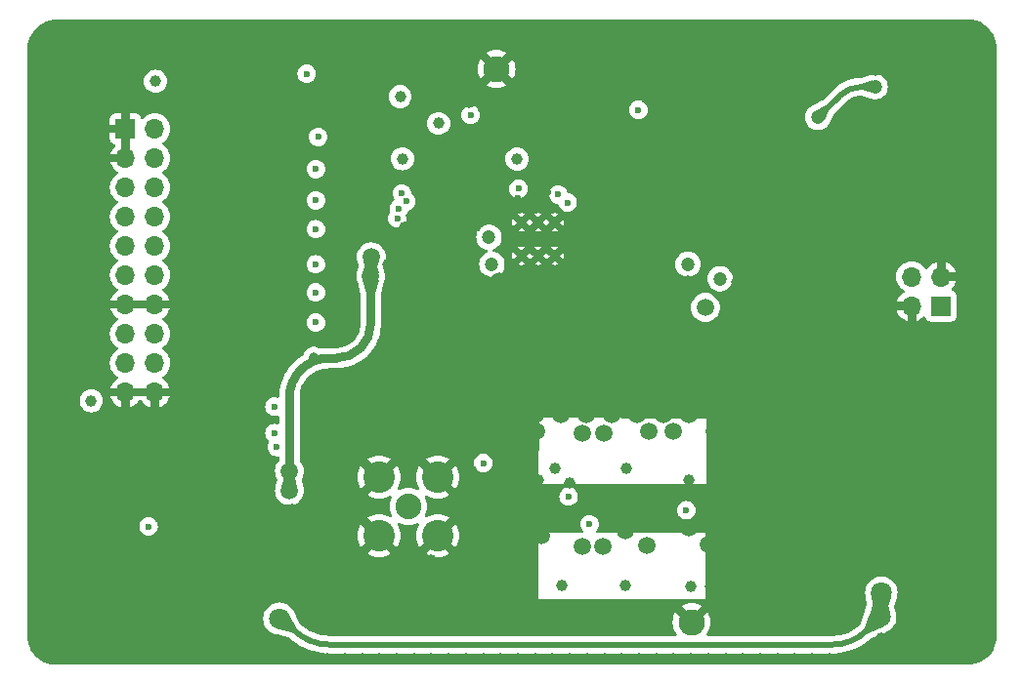
<source format=gbr>
%TF.GenerationSoftware,KiCad,Pcbnew,8.0.9-8.0.9-0~ubuntu22.04.1*%
%TF.CreationDate,2026-02-07T13:51:36+01:00*%
%TF.ProjectId,HW_0008_PrestoLO_rev01b,48575f30-3030-4385-9f50-726573746f4c,rev?*%
%TF.SameCoordinates,Original*%
%TF.FileFunction,Copper,L2,Inr*%
%TF.FilePolarity,Positive*%
%FSLAX46Y46*%
G04 Gerber Fmt 4.6, Leading zero omitted, Abs format (unit mm)*
G04 Created by KiCad (PCBNEW 8.0.9-8.0.9-0~ubuntu22.04.1) date 2026-02-07 13:51:36*
%MOMM*%
%LPD*%
G01*
G04 APERTURE LIST*
%TA.AperFunction,ComponentPad*%
%ADD10C,2.286000*%
%TD*%
%TA.AperFunction,HeatsinkPad*%
%ADD11C,0.600000*%
%TD*%
%TA.AperFunction,ComponentPad*%
%ADD12R,1.700000X1.700000*%
%TD*%
%TA.AperFunction,ComponentPad*%
%ADD13O,1.700000X1.700000*%
%TD*%
%TA.AperFunction,ComponentPad*%
%ADD14C,2.240000*%
%TD*%
%TA.AperFunction,ComponentPad*%
%ADD15C,2.740000*%
%TD*%
%TA.AperFunction,ViaPad*%
%ADD16C,1.800000*%
%TD*%
%TA.AperFunction,ViaPad*%
%ADD17C,1.000000*%
%TD*%
%TA.AperFunction,ViaPad*%
%ADD18C,1.500000*%
%TD*%
%TA.AperFunction,ViaPad*%
%ADD19C,0.800000*%
%TD*%
%TA.AperFunction,ViaPad*%
%ADD20C,0.600000*%
%TD*%
%TA.AperFunction,ViaPad*%
%ADD21C,5.000000*%
%TD*%
%TA.AperFunction,ViaPad*%
%ADD22C,0.700000*%
%TD*%
%TA.AperFunction,ViaPad*%
%ADD23C,1.200000*%
%TD*%
%TA.AperFunction,Conductor*%
%ADD24C,1.000000*%
%TD*%
%TA.AperFunction,Conductor*%
%ADD25C,0.520000*%
%TD*%
%TA.AperFunction,Conductor*%
%ADD26C,0.762000*%
%TD*%
%TA.AperFunction,Conductor*%
%ADD27C,0.254000*%
%TD*%
G04 APERTURE END LIST*
D10*
%TO.N,GND*%
%TO.C,J3*%
X104150000Y-37800000D03*
X121050000Y-85800000D03*
%TD*%
D11*
%TO.N,GND*%
%TO.C,U2*%
X106300000Y-51112500D03*
X106300000Y-54012500D03*
X107750000Y-51112500D03*
X107750000Y-54012500D03*
X109200000Y-51112500D03*
X109200000Y-54012500D03*
%TD*%
D12*
%TO.N,GND*%
%TO.C,J1*%
X72000000Y-43000000D03*
D13*
%TO.N,unconnected-(J1-Pin_2-Pad2)*%
X74540000Y-43000000D03*
%TO.N,GND*%
X72000000Y-45540000D03*
%TO.N,Fref_IN*%
X74540000Y-45540000D03*
%TO.N,Mute_RF*%
X72000000Y-48080000D03*
%TO.N,LD*%
X74540000Y-48080000D03*
%TO.N,DATA*%
X72000000Y-50620000D03*
%TO.N,CLK*%
X74540000Y-50620000D03*
%TO.N,CE*%
X72000000Y-53160000D03*
%TO.N,LE*%
X74540000Y-53160000D03*
%TO.N,unconnected-(J1-Pin_11-Pad11)*%
X72000000Y-55700000D03*
%TO.N,MUX*%
X74540000Y-55700000D03*
%TO.N,GND*%
X72000000Y-58240000D03*
X74540000Y-58240000D03*
%TO.N,LO_Buff_EN*%
X72000000Y-60780000D03*
%TO.N,~{RX_{EN}}*%
X74540000Y-60780000D03*
%TO.N,I2C_SCL*%
X72000000Y-63320000D03*
%TO.N,I2C_SDA*%
X74540000Y-63320000D03*
%TO.N,GND*%
X72000000Y-65860000D03*
X74540000Y-65860000D03*
%TD*%
D12*
%TO.N,Net-(J101-Pin_1)*%
%TO.C,J101*%
X142675000Y-58375000D03*
D13*
%TO.N,GND*%
X142675000Y-55835000D03*
X140135000Y-58375000D03*
%TO.N,Net-(J101-Pin_4)*%
X140135000Y-55835000D03*
%TD*%
D14*
%TO.N,Net-(J2-In)*%
%TO.C,J2*%
X96500000Y-75750000D03*
D15*
%TO.N,GND*%
X93960000Y-73210000D03*
X93960000Y-78290000D03*
X99040000Y-73210000D03*
X99040000Y-78290000D03*
%TD*%
D16*
%TO.N,/3V8*%
X85336136Y-85500000D03*
X137400000Y-85350000D03*
D17*
X69037500Y-66600000D03*
X74600000Y-38862500D03*
D16*
X137500000Y-83250000D03*
D17*
%TO.N,GND*%
X101000000Y-70000000D03*
X89800000Y-58250000D03*
X126100000Y-72000000D03*
D18*
X124414433Y-85800000D03*
D17*
X85000000Y-89000000D03*
X78000000Y-58600000D03*
X83500000Y-89000000D03*
D18*
X145700000Y-45100000D03*
D17*
X105050000Y-80950000D03*
X75400000Y-70600000D03*
D18*
X116891658Y-35600000D03*
D17*
X121000000Y-89000000D03*
D19*
X97800000Y-35400000D03*
D17*
X100500000Y-44062500D03*
D18*
X116365380Y-67800000D03*
D20*
X107500000Y-66300000D03*
D17*
X89500000Y-89000000D03*
D18*
X67000000Y-42382352D03*
D17*
X88250000Y-79500000D03*
D18*
X138241176Y-35600000D03*
D17*
X102400000Y-51500000D03*
D20*
X83750000Y-54500000D03*
D17*
X120169700Y-62230300D03*
X109000000Y-89000000D03*
X120800000Y-73500000D03*
X84700000Y-78500000D03*
D20*
X85750000Y-51750000D03*
D18*
X117797057Y-85900000D03*
D17*
X124250000Y-82350000D03*
D18*
X129304807Y-85800000D03*
X118576918Y-67800000D03*
X113400000Y-79200000D03*
D17*
X98800000Y-40200000D03*
D20*
X85500000Y-57000000D03*
D17*
X98700000Y-56000000D03*
X105050000Y-77550000D03*
X80500000Y-81500000D03*
D18*
X103125935Y-85900000D03*
D20*
X81203284Y-37994963D03*
D17*
X124500000Y-70750000D03*
D18*
X145700000Y-53400000D03*
D17*
X73000000Y-89000000D03*
D18*
X76650000Y-86500000D03*
X114323528Y-38000000D03*
D17*
X118750000Y-46000000D03*
X94000000Y-89000000D03*
X88250000Y-81250000D03*
X82000000Y-72900000D03*
D18*
X116764704Y-38000000D03*
D17*
X67125000Y-62900000D03*
D18*
X107000000Y-38000000D03*
D17*
X128550000Y-70200000D03*
X102000000Y-72750000D03*
D20*
X106000000Y-49000000D03*
D17*
X89750000Y-50500000D03*
D18*
X90500000Y-69356618D03*
D17*
X114600000Y-41300000D03*
X102000000Y-80550000D03*
D21*
X142500000Y-40000000D03*
D17*
X104300000Y-61000000D03*
X80600000Y-63500000D03*
X91900000Y-59000000D03*
X105600000Y-44200000D03*
X67200000Y-66700000D03*
D18*
X67000000Y-52147056D03*
D17*
X99250000Y-70000000D03*
X103700000Y-77200000D03*
X120100000Y-40500000D03*
X92400000Y-81500000D03*
X139000000Y-89000000D03*
D20*
X83600000Y-38200000D03*
D18*
X143300000Y-77600000D03*
D20*
X108250000Y-41250000D03*
D18*
X65000000Y-54764712D03*
X117250000Y-76550000D03*
D19*
X88248152Y-35400000D03*
D20*
X85750000Y-54500000D03*
D18*
X134500000Y-73544120D03*
X117350000Y-69250000D03*
X123919700Y-63230300D03*
X109727772Y-35600000D03*
X128882360Y-38000000D03*
D20*
X122300000Y-75700000D03*
X82000000Y-59750000D03*
D18*
X74400000Y-84500000D03*
D17*
X80500000Y-89000000D03*
D18*
X114503696Y-35600000D03*
D17*
X96400000Y-59400000D03*
D18*
X114153842Y-67800000D03*
D17*
X88000000Y-89000000D03*
D18*
X143400000Y-68600000D03*
X145700000Y-58282352D03*
D20*
X112900000Y-63900000D03*
D18*
X145600000Y-77600000D03*
X104900000Y-69900000D03*
D20*
X108627000Y-48500000D03*
D17*
X69000000Y-72800000D03*
D20*
X102000000Y-48500000D03*
D17*
X117950000Y-44100000D03*
X89750000Y-52750000D03*
X111500000Y-48800000D03*
X99400000Y-81500000D03*
D18*
X134400000Y-37900000D03*
X121667582Y-35600000D03*
D17*
X137500000Y-89000000D03*
X76000000Y-89000000D03*
D18*
X90500000Y-78952206D03*
X130750000Y-75058824D03*
X107339810Y-35600000D03*
D17*
X121750000Y-47500000D03*
X82500000Y-81500000D03*
X110300000Y-44900000D03*
X83900000Y-43900000D03*
X96500000Y-78300000D03*
D20*
X117900000Y-57300000D03*
D18*
X145700000Y-73200000D03*
X130750000Y-65000000D03*
D20*
X117750000Y-46250000D03*
D18*
X119279620Y-35600000D03*
D17*
X101600000Y-79000000D03*
D18*
X100884614Y-67500000D03*
D17*
X127000000Y-89000000D03*
D18*
X105571122Y-85900000D03*
X111882352Y-38000000D03*
D17*
X77400000Y-61200000D03*
D18*
X121647056Y-38000000D03*
X130750000Y-72441176D03*
D17*
X76500000Y-50500000D03*
D18*
X133607392Y-35600000D03*
D17*
X100800000Y-61000000D03*
X121400000Y-44100000D03*
X82000000Y-89000000D03*
X80500000Y-80200000D03*
X131050000Y-62100000D03*
D18*
X65000000Y-66970592D03*
X134500000Y-85750000D03*
D20*
X100500000Y-48500000D03*
D17*
X102000000Y-71050000D03*
D18*
X130750000Y-77500000D03*
D17*
X115500000Y-57500000D03*
X126800000Y-40300000D03*
X132300000Y-49600000D03*
D18*
X65000000Y-44882352D03*
D17*
X94750000Y-61500000D03*
D18*
X109441176Y-38000000D03*
D17*
X133000000Y-89000000D03*
X109800000Y-82600000D03*
D19*
X83472228Y-35400000D03*
D17*
X77887500Y-50500000D03*
X112000000Y-89000000D03*
X131000000Y-59850000D03*
D18*
X134500000Y-63779416D03*
X126441176Y-38000000D03*
X93345187Y-85900000D03*
X107600000Y-69250000D03*
D20*
X128300000Y-48400000D03*
X84800000Y-71800000D03*
D17*
X126000000Y-79650000D03*
D18*
X65000000Y-64529416D03*
D17*
X116500000Y-89000000D03*
D18*
X125516060Y-65320300D03*
D19*
X71532418Y-35400000D03*
D18*
X130750000Y-67441176D03*
D17*
X86500000Y-89000000D03*
X94150000Y-81500000D03*
D18*
X65000000Y-69411768D03*
D17*
X98500000Y-80400000D03*
X97000000Y-89000000D03*
X112100000Y-61700000D03*
X140500000Y-89000000D03*
X95750000Y-62500000D03*
X125169700Y-62230300D03*
D18*
X120788456Y-67800000D03*
D17*
X67225000Y-55800000D03*
X110400000Y-77300000D03*
X96200000Y-51519000D03*
X89900000Y-84300000D03*
X102600000Y-61000000D03*
D18*
X124500000Y-58000000D03*
D17*
X102000000Y-74150000D03*
D18*
X69000000Y-36426472D03*
X145700000Y-60723528D03*
D17*
X116200000Y-46200000D03*
X76500000Y-47750000D03*
X113500000Y-57500000D03*
X115600000Y-61700000D03*
D18*
X108016309Y-85900000D03*
D17*
X134500000Y-89000000D03*
X93800000Y-75800000D03*
D19*
X100187962Y-35400000D03*
D17*
X125500000Y-81200000D03*
D18*
X88300000Y-85900000D03*
D17*
X128250000Y-53000000D03*
X113500000Y-89000000D03*
X97500000Y-70000000D03*
D18*
X65000000Y-42441176D03*
D17*
X110500000Y-89000000D03*
X126500000Y-53000000D03*
D20*
X115500000Y-65200000D03*
D17*
X92250000Y-70000000D03*
D18*
X134500000Y-51455880D03*
D20*
X82250000Y-49000000D03*
D17*
X95500000Y-89000000D03*
D18*
X143400000Y-73200000D03*
D17*
X124800000Y-46500000D03*
X125500000Y-89000000D03*
D20*
X84000000Y-57000000D03*
D18*
X145700000Y-55841176D03*
D17*
X67200000Y-69900000D03*
D18*
X90500000Y-66957721D03*
X98235561Y-85900000D03*
X145700000Y-47800000D03*
X67000000Y-37500000D03*
D17*
X110500000Y-73750000D03*
X95750000Y-70000000D03*
D18*
X145700000Y-68600000D03*
X143200000Y-47800000D03*
D17*
X117400000Y-61700000D03*
D18*
X65000000Y-62088240D03*
X119450000Y-69250000D03*
D22*
X109200000Y-52600000D03*
D17*
X70000000Y-87000000D03*
D18*
X112115734Y-35600000D03*
X65000000Y-40000000D03*
D17*
X102000000Y-44062500D03*
X89500000Y-55800000D03*
X136000000Y-89000000D03*
X104050000Y-78500000D03*
X91000000Y-89000000D03*
X75400000Y-69000000D03*
D18*
X90900000Y-85900000D03*
D17*
X88250000Y-77750000D03*
X123000000Y-51500000D03*
D20*
X81000000Y-42200000D03*
X110800000Y-65100000D03*
D18*
X117200000Y-79150000D03*
D20*
X123550000Y-77750000D03*
D17*
X106000000Y-89000000D03*
D18*
X86400000Y-76293750D03*
D17*
X78000000Y-55600000D03*
D18*
X65000000Y-49764704D03*
X123000000Y-67500000D03*
D17*
X79000000Y-89000000D03*
D18*
X67000000Y-49705880D03*
X134500000Y-75985296D03*
D17*
X99600000Y-51400000D03*
D18*
X68600000Y-75800000D03*
X120400000Y-64600000D03*
X90500000Y-74154412D03*
D17*
X110400000Y-46600000D03*
D18*
X123000000Y-69250000D03*
X90500000Y-81351103D03*
D17*
X90000000Y-47750000D03*
D18*
X70900000Y-77400000D03*
X112906683Y-85900000D03*
D17*
X125000000Y-56250000D03*
D18*
X122500000Y-79100000D03*
D17*
X93800000Y-39200000D03*
D21*
X142500000Y-83000000D03*
D17*
X124000000Y-89000000D03*
D20*
X84900000Y-68300000D03*
D17*
X91400000Y-39200000D03*
X115750000Y-56250000D03*
X102700000Y-78100000D03*
D20*
X85750000Y-59750000D03*
D18*
X134500000Y-49014704D03*
D17*
X103000000Y-89000000D03*
D18*
X109730766Y-67800000D03*
D19*
X95412038Y-35400000D03*
D18*
X104400000Y-56200000D03*
D19*
X90636114Y-35400000D03*
D17*
X89912500Y-61200000D03*
D18*
X67000000Y-39941176D03*
D20*
X81000000Y-43200000D03*
D17*
X119500000Y-89000000D03*
X142000000Y-88100000D03*
X125750000Y-77950000D03*
D18*
X110461496Y-85900000D03*
D17*
X110300000Y-43100000D03*
X126500000Y-51500000D03*
D20*
X114500000Y-46250000D03*
D17*
X88250000Y-74500000D03*
D18*
X100680748Y-85900000D03*
X120800000Y-77600000D03*
D17*
X100000000Y-89000000D03*
X122500000Y-89000000D03*
D18*
X126859620Y-85800000D03*
D17*
X103500000Y-82500000D03*
X100800000Y-81500000D03*
D18*
X90500000Y-71755515D03*
X128831468Y-35600000D03*
D17*
X74500000Y-89000000D03*
D20*
X78200000Y-37600000D03*
D17*
X95000000Y-80500000D03*
D18*
X113450000Y-69400000D03*
D17*
X91500000Y-84300000D03*
X88250000Y-72750000D03*
D18*
X134500000Y-46573528D03*
X119205880Y-38000000D03*
D20*
X104141720Y-49027070D03*
D18*
X98673076Y-67500000D03*
X95790374Y-85900000D03*
D17*
X78000000Y-47800000D03*
D20*
X81750000Y-51750000D03*
D17*
X118000000Y-89000000D03*
X119700000Y-44100000D03*
D19*
X76308342Y-35400000D03*
D17*
X77000000Y-44300000D03*
D20*
X84000000Y-59750000D03*
D17*
X71500000Y-88000000D03*
X74000000Y-76000000D03*
D18*
X111000000Y-55500000D03*
X65000000Y-71852944D03*
D17*
X98500000Y-89000000D03*
X120500000Y-46000000D03*
X84500000Y-81800000D03*
D18*
X65000000Y-59647064D03*
X90500000Y-76553309D03*
X134500000Y-80867648D03*
D17*
X101500000Y-89000000D03*
X91250000Y-60500000D03*
D18*
X126443506Y-35600000D03*
D17*
X103000000Y-79500000D03*
X97400000Y-40200000D03*
D18*
X90500000Y-64558824D03*
D17*
X101800000Y-40700000D03*
D18*
X115351870Y-85900000D03*
X145600000Y-75600000D03*
X104951848Y-35600000D03*
D17*
X77500000Y-89000000D03*
X94750000Y-54750000D03*
D20*
X82000000Y-57000000D03*
D17*
X128700000Y-45000000D03*
X107800000Y-73500000D03*
D18*
X134500000Y-68661768D03*
D17*
X96500000Y-73100000D03*
D18*
X134500000Y-71102944D03*
D17*
X103750000Y-44062500D03*
X126200000Y-74050000D03*
D20*
X84800000Y-38000000D03*
D18*
X134500000Y-61338240D03*
X131750000Y-85800000D03*
X134500000Y-41691176D03*
D17*
X113800000Y-61700000D03*
D18*
X108050000Y-78300000D03*
X134500000Y-78426472D03*
D17*
X71000000Y-70500000D03*
X124900000Y-50100000D03*
D22*
X107700000Y-52600000D03*
D17*
X91500000Y-43900000D03*
X124700000Y-40300000D03*
X77250000Y-70750000D03*
D18*
X96461538Y-67500000D03*
D17*
X131500000Y-89000000D03*
D20*
X82250000Y-46250000D03*
D17*
X110400000Y-41300000D03*
X77250000Y-69000000D03*
D18*
X67000000Y-47264704D03*
D17*
X121750000Y-49000000D03*
D18*
X135800000Y-35600000D03*
D19*
X81084266Y-35400000D03*
D17*
X105700000Y-59600000D03*
D18*
X102563886Y-35600000D03*
D17*
X96700000Y-80500000D03*
X124750000Y-51500000D03*
D18*
X130750000Y-82441176D03*
D22*
X106400000Y-52600000D03*
D18*
X67000000Y-44823528D03*
D20*
X115700000Y-55300000D03*
D18*
X105307690Y-67800000D03*
D17*
X94000000Y-70000000D03*
X97200000Y-56000000D03*
D18*
X145700000Y-66000000D03*
X111942304Y-67800000D03*
X115350000Y-77850000D03*
X65000000Y-52205880D03*
D17*
X90300000Y-43900000D03*
X128500000Y-89000000D03*
D20*
X85750000Y-49000000D03*
D17*
X115000000Y-89000000D03*
D19*
X73920380Y-35400000D03*
D17*
X115300000Y-82600000D03*
D18*
X130750000Y-70000000D03*
X118300000Y-62800000D03*
X131219430Y-35600000D03*
X116000000Y-53000000D03*
X118750000Y-60250000D03*
D20*
X81750000Y-54500000D03*
D17*
X102350000Y-83750000D03*
D20*
X114500000Y-65200000D03*
D17*
X86300000Y-81800000D03*
X99100000Y-61000000D03*
D18*
X66600000Y-74000000D03*
D17*
X67125000Y-60600000D03*
X137000000Y-37900000D03*
X102100000Y-56000000D03*
D18*
X131250000Y-38000000D03*
D17*
X90600000Y-41500000D03*
D18*
X79198130Y-86500000D03*
D20*
X104700000Y-72250000D03*
D17*
X123350000Y-73450000D03*
D18*
X134500000Y-66220592D03*
X143300000Y-66000000D03*
D20*
X109900000Y-65100000D03*
D18*
X143300000Y-75600000D03*
D17*
X92500000Y-89000000D03*
D18*
X103096152Y-67500000D03*
X143500000Y-52700000D03*
X94250000Y-67500000D03*
D17*
X130000000Y-89000000D03*
X76500000Y-72500000D03*
D20*
X121500000Y-46250000D03*
X84000000Y-46250000D03*
D17*
X97650000Y-81500000D03*
X82900000Y-78600000D03*
D18*
X81650000Y-86500000D03*
D17*
X122700000Y-82700000D03*
X80500000Y-78700000D03*
X126950000Y-77100000D03*
D20*
X97750000Y-48500000D03*
X117000000Y-40500000D03*
X84000000Y-49000000D03*
D18*
X107519228Y-67800000D03*
D17*
X78600000Y-42400000D03*
D21*
X69500000Y-83000000D03*
D18*
X111600000Y-69400000D03*
D17*
X79000000Y-72500000D03*
D18*
X134500000Y-44132352D03*
X65000000Y-47323528D03*
X134500000Y-58897064D03*
D20*
X85750000Y-46250000D03*
D17*
X126250000Y-62250000D03*
X143500000Y-87000000D03*
X116300000Y-44100000D03*
D18*
X73600000Y-79400000D03*
X124055544Y-35600000D03*
D17*
X100400000Y-56000000D03*
X82050000Y-77300000D03*
D20*
X85800000Y-38000000D03*
D18*
X134500000Y-53897056D03*
D17*
X88250000Y-76250000D03*
X97600000Y-59900000D03*
D18*
X84000000Y-87500000D03*
D17*
X110300000Y-61600000D03*
X103600000Y-74200000D03*
D20*
X106000000Y-57600000D03*
D18*
X111550000Y-79200000D03*
D17*
X109250000Y-72450000D03*
D20*
X84000000Y-51750000D03*
D17*
X83800000Y-77300000D03*
D18*
X74400000Y-81900000D03*
D20*
X99250000Y-48500000D03*
D19*
X85860190Y-35400000D03*
D18*
X124000000Y-38000000D03*
D17*
X115400000Y-72500000D03*
D18*
X120750000Y-56500000D03*
X65000000Y-57205888D03*
D17*
X104500000Y-89000000D03*
X130800000Y-48100000D03*
D18*
X130750000Y-80000000D03*
D17*
X107500000Y-89000000D03*
D20*
X110900000Y-63300000D03*
X105500000Y-73050000D03*
D17*
X95900000Y-81500000D03*
X120950000Y-82700000D03*
D18*
X114700000Y-62800000D03*
D17*
X80500000Y-77200000D03*
D18*
X134500000Y-56338232D03*
X134500000Y-83308824D03*
D17*
X137500000Y-87200000D03*
D20*
X112000000Y-41250000D03*
D19*
X78696304Y-35400000D03*
D17*
X77987500Y-53200000D03*
D19*
X93024076Y-35400000D03*
D20*
%TO.N,Net-(U2-LD)*%
X110313137Y-49391962D03*
X88700000Y-43700000D03*
D19*
%TO.N,3V3_ADF*%
X88300000Y-62800000D03*
D18*
X93300000Y-54100000D03*
X93250000Y-55800000D03*
X86200000Y-72700000D03*
X86200000Y-74400000D03*
X122250000Y-58500000D03*
D20*
X103000000Y-72000000D03*
%TO.N,Net-(U2-MUXOUT)*%
X88500000Y-59800000D03*
X106048624Y-48201376D03*
%TO.N,Net-(U2-PDB_{RF})*%
X109500000Y-48700000D03*
X88500000Y-46500000D03*
%TO.N,Net-(U2-CE)*%
X95544902Y-50763453D03*
X88500000Y-57200000D03*
%TO.N,Net-(U2-LE)*%
X88500000Y-54750000D03*
X95685421Y-49900000D03*
%TO.N,Net-(U2-DATA)*%
X96338193Y-49300000D03*
X88500000Y-51700000D03*
%TO.N,Net-(U2-CLK)*%
X95945142Y-48603211D03*
X88500000Y-49200000D03*
D17*
%TO.N,Net-(U2-REF_{IN})*%
X105925000Y-45619000D03*
D20*
%TO.N,Net-(C36-Pad2)*%
X112200000Y-77300000D03*
X74000000Y-77500000D03*
%TO.N,Net-(U101-Vcc)*%
X120600000Y-76100000D03*
D23*
%TO.N,Net-(U2-CP_{OUT})*%
X120750000Y-54750000D03*
X103750000Y-54750000D03*
D20*
%TO.N,LO_Buff_EN*%
X116450000Y-41350000D03*
D23*
%TO.N,/5V6*%
X132000000Y-42000000D03*
X136950000Y-39350000D03*
%TO.N,Net-(U2-SW)*%
X103496325Y-52403675D03*
X123500000Y-56000000D03*
D20*
%TO.N,Net-(U7-A2)*%
X84900000Y-67100000D03*
%TO.N,Net-(U7-A1)*%
X84900000Y-69400000D03*
%TO.N,Net-(U7-A0)*%
X85100000Y-70600000D03*
%TO.N,Fref_IN*%
X101900000Y-41800000D03*
D17*
%TO.N,V_VCTCXO*%
X95800000Y-40200000D03*
%TO.N,Net-(U8-VDD)*%
X99131679Y-42531379D03*
%TO.N,VCTCXO_Out*%
X96000000Y-45600000D03*
D20*
%TO.N,3V3_VCTCXO*%
X87702297Y-38223000D03*
%TO.N,/3V3_LS*%
X110400000Y-74900000D03*
%TD*%
D24*
%TO.N,/3V8*%
X137400000Y-85350000D02*
X137400000Y-83000000D01*
D25*
X86575000Y-86475000D02*
X85300000Y-85200000D01*
X133302943Y-87750000D02*
X89653122Y-87750000D01*
X137400000Y-85350000D02*
X136200000Y-86550000D01*
X133302943Y-87750000D02*
G75*
G03*
X136199987Y-86549987I-43J4097100D01*
G01*
X89653122Y-87750000D02*
G75*
G02*
X86574993Y-86475007I-22J4353100D01*
G01*
D26*
%TO.N,3V3_ADF*%
X89614213Y-62900000D02*
X90262563Y-62900000D01*
X86200000Y-74400000D02*
X86200000Y-66314213D01*
D27*
X93300000Y-54100000D02*
X93275000Y-54125000D01*
D26*
X93250000Y-54185355D02*
X93250000Y-55800000D01*
X93250000Y-55800000D02*
X93250000Y-59912563D01*
D27*
X93250000Y-54185355D02*
G75*
G02*
X93275013Y-54125013I85400J-45D01*
G01*
D26*
X87200000Y-63900000D02*
G75*
G02*
X89614213Y-62900006I2414200J-2414200D01*
G01*
X92375000Y-62025000D02*
G75*
G02*
X90262563Y-62899955I-2112400J2112500D01*
G01*
X87200000Y-63900000D02*
G75*
G03*
X86200006Y-66314213I2414200J-2414200D01*
G01*
X92375000Y-62025000D02*
G75*
G03*
X93249955Y-59912563I-2112500J2112400D01*
G01*
D25*
%TO.N,/5V6*%
X133836827Y-40163172D02*
X132000000Y-42000000D01*
X136950000Y-39350000D02*
X135800000Y-39350000D01*
X133836827Y-40163172D02*
G75*
G02*
X135800000Y-39349986I1963173J-1963128D01*
G01*
%TD*%
%TA.AperFunction,Conductor*%
%TO.N,GND*%
G36*
X74139901Y-57932993D02*
G01*
X74074075Y-58047007D01*
X74040000Y-58174174D01*
X74040000Y-58305826D01*
X74074075Y-58432993D01*
X74139901Y-58547007D01*
X74207894Y-58615000D01*
X72332106Y-58615000D01*
X72400099Y-58547007D01*
X72465925Y-58432993D01*
X72500000Y-58305826D01*
X72500000Y-58174174D01*
X72465925Y-58047007D01*
X72400099Y-57932993D01*
X72332106Y-57865000D01*
X74207894Y-57865000D01*
X74139901Y-57932993D01*
G37*
%TD.AperFunction*%
%TA.AperFunction,Conductor*%
G36*
X144809367Y-33500497D02*
G01*
X144825049Y-33502242D01*
X144825070Y-33502019D01*
X144833155Y-33502752D01*
X144833164Y-33502754D01*
X144886388Y-33500600D01*
X144891391Y-33500500D01*
X144921994Y-33500500D01*
X144923893Y-33500517D01*
X145179333Y-33504892D01*
X145193532Y-33505955D01*
X145464376Y-33541973D01*
X145478380Y-33544662D01*
X145743299Y-33611545D01*
X145756885Y-33615820D01*
X146012372Y-33712681D01*
X146025384Y-33718491D01*
X146268054Y-33844048D01*
X146280323Y-33851320D01*
X146506957Y-34003903D01*
X146518306Y-34012531D01*
X146725936Y-34190145D01*
X146736214Y-34200016D01*
X146922068Y-34400290D01*
X146931143Y-34411272D01*
X147007462Y-34515291D01*
X147092773Y-34631567D01*
X147100535Y-34643533D01*
X147235795Y-34880923D01*
X147242131Y-34893701D01*
X147349234Y-35145048D01*
X147354061Y-35158469D01*
X147431591Y-35420445D01*
X147434846Y-35434331D01*
X147481784Y-35703494D01*
X147483422Y-35717663D01*
X147499295Y-35993132D01*
X147499500Y-36000265D01*
X147499500Y-86996249D01*
X147499274Y-87003736D01*
X147481728Y-87293794D01*
X147479923Y-87308659D01*
X147428219Y-87590798D01*
X147424635Y-87605336D01*
X147339306Y-87879167D01*
X147333997Y-87893168D01*
X147216275Y-88154736D01*
X147209316Y-88167995D01*
X147060928Y-88413459D01*
X147052422Y-88425782D01*
X146875526Y-88651573D01*
X146865596Y-88662781D01*
X146662781Y-88865596D01*
X146651573Y-88875526D01*
X146425782Y-89052422D01*
X146413459Y-89060928D01*
X146167995Y-89209316D01*
X146154736Y-89216275D01*
X145893168Y-89333997D01*
X145879167Y-89339306D01*
X145605336Y-89424635D01*
X145590798Y-89428219D01*
X145308659Y-89479923D01*
X145293794Y-89481728D01*
X145003736Y-89499274D01*
X144996249Y-89499500D01*
X66190733Y-89499500D01*
X66175055Y-89497757D01*
X66175035Y-89497980D01*
X66166941Y-89497246D01*
X66166935Y-89497246D01*
X66113704Y-89499399D01*
X66108695Y-89499500D01*
X66078287Y-89499500D01*
X66076164Y-89499482D01*
X66063077Y-89499257D01*
X65820498Y-89495103D01*
X65806275Y-89494039D01*
X65535166Y-89457984D01*
X65521160Y-89455294D01*
X65255984Y-89388346D01*
X65242378Y-89384065D01*
X64986641Y-89287108D01*
X64973618Y-89281293D01*
X64730717Y-89155616D01*
X64718446Y-89148343D01*
X64491571Y-88995594D01*
X64480218Y-88986962D01*
X64338342Y-88865596D01*
X64272386Y-88809174D01*
X64262102Y-88799297D01*
X64076066Y-88598823D01*
X64066982Y-88587828D01*
X63905197Y-88367318D01*
X63897435Y-88355352D01*
X63790685Y-88167995D01*
X63762037Y-88117715D01*
X63755706Y-88104947D01*
X63729893Y-88044368D01*
X63648493Y-87853332D01*
X63643670Y-87839922D01*
X63566055Y-87577650D01*
X63562806Y-87563782D01*
X63515825Y-87294341D01*
X63514188Y-87280175D01*
X63505088Y-87122215D01*
X63500705Y-87046121D01*
X63500500Y-87038990D01*
X63500500Y-85499993D01*
X83930836Y-85499993D01*
X83930836Y-85500006D01*
X83950000Y-85731297D01*
X83950002Y-85731308D01*
X84006978Y-85956300D01*
X84100211Y-86168848D01*
X84227152Y-86363147D01*
X84227155Y-86363151D01*
X84227157Y-86363153D01*
X84384352Y-86533913D01*
X84384355Y-86533915D01*
X84384358Y-86533918D01*
X84567501Y-86676464D01*
X84567507Y-86676468D01*
X84567510Y-86676470D01*
X84771633Y-86786936D01*
X84885623Y-86826068D01*
X84991151Y-86862297D01*
X84991153Y-86862297D01*
X84991155Y-86862298D01*
X85158304Y-86890190D01*
X85166263Y-86891787D01*
X86112340Y-87114141D01*
X86171649Y-87147170D01*
X86179307Y-87154828D01*
X86484855Y-87415792D01*
X86484862Y-87415797D01*
X86809950Y-87651987D01*
X87152567Y-87861942D01*
X87510601Y-88044368D01*
X87793568Y-88161576D01*
X87881849Y-88198143D01*
X88182995Y-88295990D01*
X88264007Y-88322313D01*
X88654736Y-88416117D01*
X88654740Y-88416117D01*
X88654750Y-88416120D01*
X89051606Y-88478973D01*
X89051619Y-88478975D01*
X89452211Y-88510501D01*
X89653126Y-88510500D01*
X133223014Y-88510500D01*
X133223019Y-88510501D01*
X133251568Y-88510500D01*
X133251630Y-88510518D01*
X133302951Y-88510517D01*
X133302951Y-88510518D01*
X133493805Y-88510516D01*
X133874335Y-88480564D01*
X134251343Y-88420849D01*
X134622503Y-88331738D01*
X134985528Y-88213782D01*
X135338179Y-88067707D01*
X135678282Y-87894414D01*
X136003741Y-87694971D01*
X136312548Y-87470608D01*
X136602801Y-87222709D01*
X136637294Y-87188215D01*
X136678241Y-87161039D01*
X137924033Y-86654150D01*
X137924032Y-86654148D01*
X137960054Y-86639492D01*
X137959992Y-86639377D01*
X137964503Y-86636936D01*
X138168626Y-86526470D01*
X138351784Y-86383913D01*
X138508979Y-86213153D01*
X138635924Y-86018849D01*
X138729157Y-85806300D01*
X138786134Y-85581305D01*
X138789376Y-85542179D01*
X138805300Y-85350006D01*
X138805300Y-85349993D01*
X138786135Y-85118702D01*
X138786131Y-85118682D01*
X138729159Y-84893708D01*
X138729157Y-84893700D01*
X138724108Y-84882191D01*
X138716759Y-84859917D01*
X138621522Y-84441725D01*
X138623672Y-84378502D01*
X138812558Y-83750031D01*
X138814277Y-83743664D01*
X138820427Y-83726199D01*
X138829157Y-83706300D01*
X138886134Y-83481305D01*
X138905300Y-83250000D01*
X138905300Y-83249993D01*
X138886135Y-83018702D01*
X138886133Y-83018691D01*
X138829157Y-82793699D01*
X138735924Y-82581151D01*
X138608983Y-82386852D01*
X138608980Y-82386849D01*
X138608979Y-82386847D01*
X138451784Y-82216087D01*
X138451779Y-82216083D01*
X138451777Y-82216081D01*
X138268634Y-82073535D01*
X138268628Y-82073531D01*
X138064504Y-81963064D01*
X138064495Y-81963061D01*
X137844984Y-81887702D01*
X137673282Y-81859050D01*
X137616049Y-81849500D01*
X137383951Y-81849500D01*
X137338164Y-81857140D01*
X137155015Y-81887702D01*
X136935504Y-81963061D01*
X136935495Y-81963064D01*
X136731371Y-82073531D01*
X136731365Y-82073535D01*
X136548222Y-82216081D01*
X136548219Y-82216084D01*
X136391016Y-82386852D01*
X136264075Y-82581151D01*
X136170842Y-82793699D01*
X136113866Y-83018691D01*
X136113864Y-83018702D01*
X136094700Y-83249993D01*
X136094700Y-83250006D01*
X136113865Y-83481301D01*
X136149960Y-83623838D01*
X136152029Y-83633670D01*
X136161277Y-83688541D01*
X136161278Y-83688542D01*
X136237462Y-84140598D01*
X136236090Y-84188739D01*
X136086899Y-84843841D01*
X136080927Y-84862852D01*
X135958943Y-85164023D01*
X135598842Y-86053073D01*
X135567186Y-86098399D01*
X135424143Y-86228047D01*
X135414736Y-86235767D01*
X135161528Y-86423561D01*
X135151410Y-86430322D01*
X134881003Y-86592398D01*
X134870271Y-86598134D01*
X134585294Y-86732920D01*
X134574052Y-86737577D01*
X134277232Y-86843783D01*
X134265587Y-86847316D01*
X133959773Y-86923921D01*
X133947838Y-86926295D01*
X133636003Y-86972553D01*
X133623894Y-86973746D01*
X133306333Y-86989351D01*
X133300247Y-86989500D01*
X122463736Y-86989500D01*
X122396697Y-86969815D01*
X122350942Y-86917011D01*
X122340998Y-86847853D01*
X122369446Y-86784969D01*
X122383318Y-86768726D01*
X122383326Y-86768714D01*
X122518450Y-86548213D01*
X122617417Y-86309285D01*
X122677788Y-86057820D01*
X122698079Y-85800000D01*
X122677788Y-85542179D01*
X122617417Y-85290714D01*
X122518450Y-85051786D01*
X122446291Y-84934036D01*
X121894159Y-85486167D01*
X121847570Y-85373690D01*
X121749076Y-85226283D01*
X121623717Y-85100924D01*
X121476310Y-85002430D01*
X121363830Y-84955839D01*
X121915962Y-84403707D01*
X121798213Y-84331549D01*
X121559285Y-84232582D01*
X121307820Y-84172211D01*
X121050000Y-84151920D01*
X120792179Y-84172211D01*
X120540714Y-84232582D01*
X120301786Y-84331549D01*
X120184036Y-84403707D01*
X120736169Y-84955839D01*
X120623690Y-85002430D01*
X120476283Y-85100924D01*
X120350924Y-85226283D01*
X120252430Y-85373690D01*
X120205839Y-85486168D01*
X119653707Y-84934036D01*
X119581549Y-85051786D01*
X119482582Y-85290714D01*
X119422211Y-85542179D01*
X119401920Y-85800000D01*
X119422211Y-86057820D01*
X119482582Y-86309285D01*
X119581549Y-86548213D01*
X119716673Y-86768714D01*
X119716681Y-86768726D01*
X119730554Y-86784969D01*
X119759125Y-86848730D01*
X119748688Y-86917816D01*
X119702557Y-86970292D01*
X119636264Y-86989500D01*
X89656169Y-86989500D01*
X89650085Y-86989351D01*
X89307060Y-86972500D01*
X89294950Y-86971307D01*
X88958257Y-86921365D01*
X88946322Y-86918991D01*
X88616147Y-86836288D01*
X88604502Y-86832756D01*
X88284011Y-86718083D01*
X88272769Y-86713426D01*
X87965072Y-86567898D01*
X87954339Y-86562161D01*
X87662386Y-86387171D01*
X87652269Y-86380411D01*
X87378873Y-86177648D01*
X87369466Y-86169928D01*
X87368276Y-86168849D01*
X87187582Y-86005077D01*
X87160830Y-85970388D01*
X87075544Y-85806300D01*
X86621103Y-84931965D01*
X86605465Y-84904072D01*
X86602820Y-84899354D01*
X86603199Y-84899141D01*
X86596867Y-84887705D01*
X86572060Y-84831151D01*
X86445119Y-84636852D01*
X86445116Y-84636849D01*
X86445115Y-84636847D01*
X86287920Y-84466087D01*
X86287915Y-84466083D01*
X86287913Y-84466081D01*
X86104770Y-84323535D01*
X86104764Y-84323531D01*
X85900640Y-84213064D01*
X85900631Y-84213061D01*
X85681120Y-84137702D01*
X85509418Y-84109050D01*
X85452185Y-84099500D01*
X85220087Y-84099500D01*
X85174300Y-84107140D01*
X84991151Y-84137702D01*
X84771640Y-84213061D01*
X84771631Y-84213064D01*
X84567507Y-84323531D01*
X84567501Y-84323535D01*
X84384358Y-84466081D01*
X84384355Y-84466084D01*
X84227152Y-84636852D01*
X84100211Y-84831151D01*
X84006978Y-85043699D01*
X83950002Y-85268691D01*
X83950000Y-85268702D01*
X83930836Y-85499993D01*
X63500500Y-85499993D01*
X63500500Y-77499996D01*
X73194435Y-77499996D01*
X73194435Y-77500003D01*
X73214630Y-77679249D01*
X73214631Y-77679254D01*
X73274211Y-77849523D01*
X73311177Y-77908353D01*
X73370184Y-78002262D01*
X73497738Y-78129816D01*
X73650478Y-78225789D01*
X73820745Y-78285368D01*
X73820750Y-78285369D01*
X73999996Y-78305565D01*
X74000000Y-78305565D01*
X74000004Y-78305565D01*
X74179249Y-78285369D01*
X74179252Y-78285368D01*
X74179255Y-78285368D01*
X74349522Y-78225789D01*
X74502262Y-78129816D01*
X74629816Y-78002262D01*
X74725789Y-77849522D01*
X74785368Y-77679255D01*
X74788718Y-77649522D01*
X74805565Y-77500003D01*
X74805565Y-77499996D01*
X74785369Y-77320750D01*
X74785368Y-77320745D01*
X74752338Y-77226350D01*
X74725789Y-77150478D01*
X74707106Y-77120745D01*
X74629815Y-76997737D01*
X74502262Y-76870184D01*
X74349523Y-76774211D01*
X74179254Y-76714631D01*
X74179249Y-76714630D01*
X74000004Y-76694435D01*
X73999996Y-76694435D01*
X73820750Y-76714630D01*
X73820745Y-76714631D01*
X73650476Y-76774211D01*
X73497737Y-76870184D01*
X73370184Y-76997737D01*
X73274211Y-77150476D01*
X73214631Y-77320745D01*
X73214630Y-77320750D01*
X73194435Y-77499996D01*
X63500500Y-77499996D01*
X63500500Y-66600000D01*
X68032159Y-66600000D01*
X68051475Y-66796129D01*
X68108688Y-66984733D01*
X68201586Y-67158532D01*
X68201590Y-67158539D01*
X68326616Y-67310883D01*
X68478960Y-67435909D01*
X68478967Y-67435913D01*
X68652766Y-67528811D01*
X68652769Y-67528811D01*
X68652773Y-67528814D01*
X68841368Y-67586024D01*
X69037500Y-67605341D01*
X69233632Y-67586024D01*
X69422227Y-67528814D01*
X69596038Y-67435910D01*
X69748383Y-67310883D01*
X69873410Y-67158538D01*
X69966314Y-66984727D01*
X70023524Y-66796132D01*
X70042841Y-66600000D01*
X70023524Y-66403868D01*
X69972298Y-66235000D01*
X70702858Y-66235000D01*
X70726566Y-66323483D01*
X70726570Y-66323492D01*
X70826399Y-66537578D01*
X70961894Y-66731082D01*
X71128917Y-66898105D01*
X71322421Y-67033600D01*
X71536507Y-67133429D01*
X71536516Y-67133433D01*
X71624999Y-67157142D01*
X72375000Y-67157142D01*
X72463483Y-67133433D01*
X72463492Y-67133429D01*
X72677578Y-67033600D01*
X72871082Y-66898105D01*
X73038105Y-66731082D01*
X73168425Y-66544968D01*
X73223002Y-66501344D01*
X73292501Y-66494151D01*
X73354855Y-66525673D01*
X73371575Y-66544968D01*
X73501894Y-66731082D01*
X73668917Y-66898105D01*
X73862421Y-67033600D01*
X74076507Y-67133429D01*
X74076516Y-67133433D01*
X74164999Y-67157142D01*
X74915000Y-67157142D01*
X75003483Y-67133433D01*
X75003492Y-67133429D01*
X75075190Y-67099996D01*
X84094435Y-67099996D01*
X84094435Y-67100003D01*
X84114630Y-67279249D01*
X84114631Y-67279254D01*
X84174211Y-67449523D01*
X84259981Y-67586024D01*
X84270184Y-67602262D01*
X84397738Y-67729816D01*
X84550478Y-67825789D01*
X84646456Y-67859373D01*
X84720745Y-67885368D01*
X84720750Y-67885369D01*
X84899996Y-67905565D01*
X84900000Y-67905565D01*
X84900004Y-67905565D01*
X85079249Y-67885369D01*
X85079252Y-67885368D01*
X85079255Y-67885368D01*
X85079256Y-67885367D01*
X85079259Y-67885367D01*
X85153544Y-67859373D01*
X85223323Y-67855810D01*
X85283951Y-67890539D01*
X85316178Y-67952532D01*
X85318500Y-67976414D01*
X85318500Y-68523585D01*
X85298815Y-68590624D01*
X85246011Y-68636379D01*
X85176853Y-68646323D01*
X85153546Y-68640627D01*
X85079257Y-68614632D01*
X85079249Y-68614630D01*
X84900004Y-68594435D01*
X84899996Y-68594435D01*
X84720750Y-68614630D01*
X84720745Y-68614631D01*
X84550476Y-68674211D01*
X84397737Y-68770184D01*
X84270184Y-68897737D01*
X84174211Y-69050476D01*
X84114631Y-69220745D01*
X84114630Y-69220750D01*
X84094435Y-69399996D01*
X84094435Y-69400003D01*
X84114630Y-69579249D01*
X84114631Y-69579254D01*
X84174211Y-69749523D01*
X84270184Y-69902262D01*
X84398514Y-70030592D01*
X84431999Y-70091915D01*
X84427015Y-70161607D01*
X84415827Y-70184244D01*
X84374212Y-70250474D01*
X84314631Y-70420745D01*
X84314630Y-70420750D01*
X84294435Y-70599996D01*
X84294435Y-70600003D01*
X84314630Y-70779249D01*
X84314631Y-70779254D01*
X84374211Y-70949523D01*
X84470184Y-71102262D01*
X84597738Y-71229816D01*
X84750478Y-71325789D01*
X84920745Y-71385368D01*
X84920750Y-71385369D01*
X85099996Y-71405565D01*
X85100000Y-71405565D01*
X85100003Y-71405565D01*
X85180616Y-71396482D01*
X85249438Y-71408536D01*
X85300818Y-71455885D01*
X85318500Y-71519702D01*
X85318500Y-71761662D01*
X85298815Y-71828701D01*
X85282181Y-71849343D01*
X85238402Y-71893121D01*
X85112900Y-72072357D01*
X85112898Y-72072361D01*
X85020426Y-72270668D01*
X85020422Y-72270677D01*
X84963793Y-72482020D01*
X84963793Y-72482024D01*
X84944723Y-72699997D01*
X84944723Y-72700002D01*
X84963793Y-72917975D01*
X84963793Y-72917979D01*
X85020422Y-73129322D01*
X85020424Y-73129326D01*
X85020425Y-73129330D01*
X85058041Y-73209998D01*
X85112898Y-73327639D01*
X85112900Y-73327643D01*
X85134434Y-73358396D01*
X85156761Y-73424602D01*
X85152952Y-73460400D01*
X85026217Y-73953259D01*
X85021861Y-73965432D01*
X85022276Y-73965583D01*
X85020425Y-73970668D01*
X84963793Y-74182020D01*
X84963793Y-74182023D01*
X84961866Y-74204047D01*
X84944723Y-74399997D01*
X84944723Y-74400002D01*
X84963793Y-74617975D01*
X84963793Y-74617979D01*
X85020422Y-74829322D01*
X85020424Y-74829326D01*
X85020425Y-74829330D01*
X85060539Y-74915354D01*
X85112897Y-75027638D01*
X85112898Y-75027639D01*
X85238402Y-75206877D01*
X85393123Y-75361598D01*
X85572361Y-75487102D01*
X85770670Y-75579575D01*
X85982023Y-75636207D01*
X86164926Y-75652208D01*
X86199998Y-75655277D01*
X86200000Y-75655277D01*
X86200002Y-75655277D01*
X86228254Y-75652805D01*
X86417977Y-75636207D01*
X86629330Y-75579575D01*
X86827639Y-75487102D01*
X87006877Y-75361598D01*
X87161598Y-75206877D01*
X87287102Y-75027639D01*
X87379575Y-74829330D01*
X87436207Y-74617977D01*
X87455277Y-74400000D01*
X87436207Y-74182023D01*
X87379575Y-73970670D01*
X87379573Y-73970665D01*
X87377720Y-73965573D01*
X87378143Y-73965418D01*
X87373779Y-73953255D01*
X87247046Y-73460399D01*
X87249415Y-73390571D01*
X87265565Y-73358396D01*
X87287102Y-73327639D01*
X87341959Y-73209998D01*
X92085223Y-73209998D01*
X92085223Y-73210001D01*
X92104306Y-73476810D01*
X92104307Y-73476817D01*
X92161163Y-73738181D01*
X92254643Y-73988812D01*
X92254645Y-73988816D01*
X92382833Y-74223575D01*
X92397072Y-74242596D01*
X93154107Y-73485561D01*
X93206740Y-73612626D01*
X93299762Y-73751844D01*
X93418156Y-73870238D01*
X93557374Y-73963260D01*
X93684437Y-74015891D01*
X92927401Y-74772926D01*
X92946423Y-74787166D01*
X93181183Y-74915354D01*
X93181187Y-74915356D01*
X93431818Y-75008836D01*
X93693182Y-75065692D01*
X93693189Y-75065693D01*
X93959999Y-75084777D01*
X93960001Y-75084777D01*
X94226810Y-75065693D01*
X94226817Y-75065692D01*
X94488181Y-75008836D01*
X94738812Y-74915356D01*
X94738816Y-74915354D01*
X94889912Y-74832849D01*
X94958184Y-74817997D01*
X95023649Y-74842413D01*
X95065521Y-74898347D01*
X95070505Y-74968038D01*
X95055071Y-75006463D01*
X95051659Y-75012030D01*
X95051656Y-75012036D01*
X94954049Y-75247681D01*
X94954044Y-75247698D01*
X94894502Y-75495710D01*
X94874489Y-75750000D01*
X94894502Y-76004289D01*
X94954044Y-76252301D01*
X94954049Y-76252318D01*
X95051656Y-76487963D01*
X95051658Y-76487966D01*
X95055068Y-76493531D01*
X95073310Y-76560977D01*
X95052193Y-76627579D01*
X94998420Y-76672191D01*
X94929064Y-76680649D01*
X94889912Y-76667150D01*
X94738816Y-76584645D01*
X94738812Y-76584643D01*
X94488181Y-76491163D01*
X94226817Y-76434307D01*
X94226810Y-76434306D01*
X93960001Y-76415223D01*
X93959999Y-76415223D01*
X93693189Y-76434306D01*
X93693182Y-76434307D01*
X93431818Y-76491163D01*
X93181187Y-76584643D01*
X93181183Y-76584645D01*
X92946418Y-76712837D01*
X92946415Y-76712839D01*
X92927402Y-76727071D01*
X92927401Y-76727072D01*
X93684437Y-77484108D01*
X93557374Y-77536740D01*
X93418156Y-77629762D01*
X93299762Y-77748156D01*
X93206740Y-77887374D01*
X93154108Y-78014437D01*
X92397072Y-77257401D01*
X92397071Y-77257402D01*
X92382839Y-77276415D01*
X92382837Y-77276418D01*
X92254645Y-77511183D01*
X92254643Y-77511187D01*
X92161163Y-77761818D01*
X92104307Y-78023182D01*
X92104306Y-78023189D01*
X92085223Y-78289998D01*
X92085223Y-78290001D01*
X92104306Y-78556810D01*
X92104307Y-78556817D01*
X92161163Y-78818181D01*
X92254643Y-79068812D01*
X92254645Y-79068816D01*
X92382833Y-79303575D01*
X92397072Y-79322596D01*
X93154107Y-78565561D01*
X93206740Y-78692626D01*
X93299762Y-78831844D01*
X93418156Y-78950238D01*
X93557374Y-79043260D01*
X93684437Y-79095891D01*
X92927401Y-79852926D01*
X92946423Y-79867166D01*
X93181183Y-79995354D01*
X93181187Y-79995356D01*
X93431818Y-80088836D01*
X93693182Y-80145692D01*
X93693189Y-80145693D01*
X93959999Y-80164777D01*
X93960001Y-80164777D01*
X94226810Y-80145693D01*
X94226817Y-80145692D01*
X94488181Y-80088836D01*
X94738812Y-79995356D01*
X94738816Y-79995354D01*
X94973582Y-79867162D01*
X94992597Y-79852927D01*
X94235561Y-79095891D01*
X94362626Y-79043260D01*
X94501844Y-78950238D01*
X94620238Y-78831844D01*
X94713260Y-78692626D01*
X94765891Y-78565561D01*
X95522927Y-79322597D01*
X95537162Y-79303582D01*
X95665354Y-79068816D01*
X95665356Y-79068812D01*
X95758836Y-78818181D01*
X95815692Y-78556817D01*
X95815693Y-78556810D01*
X95834777Y-78290001D01*
X95834777Y-78289998D01*
X95815693Y-78023189D01*
X95815692Y-78023182D01*
X95758836Y-77761818D01*
X95665356Y-77511187D01*
X95665354Y-77511183D01*
X95582849Y-77360087D01*
X95567997Y-77291814D01*
X95592414Y-77226350D01*
X95648347Y-77184478D01*
X95718039Y-77179494D01*
X95756471Y-77194933D01*
X95762033Y-77198341D01*
X95762036Y-77198343D01*
X95997681Y-77295950D01*
X95997683Y-77295950D01*
X95997689Y-77295953D01*
X96245714Y-77355498D01*
X96500000Y-77375511D01*
X96754286Y-77355498D01*
X97002311Y-77295953D01*
X97109459Y-77251571D01*
X97237963Y-77198343D01*
X97237964Y-77198341D01*
X97237967Y-77198341D01*
X97243523Y-77194935D01*
X97310968Y-77176688D01*
X97377571Y-77197801D01*
X97422187Y-77251571D01*
X97430651Y-77320926D01*
X97417150Y-77360087D01*
X97334645Y-77511183D01*
X97334643Y-77511187D01*
X97241163Y-77761818D01*
X97184307Y-78023182D01*
X97184306Y-78023189D01*
X97165223Y-78289998D01*
X97165223Y-78290001D01*
X97184306Y-78556810D01*
X97184307Y-78556817D01*
X97241163Y-78818181D01*
X97334643Y-79068812D01*
X97334645Y-79068816D01*
X97462833Y-79303575D01*
X97477072Y-79322596D01*
X98234107Y-78565561D01*
X98286740Y-78692626D01*
X98379762Y-78831844D01*
X98498156Y-78950238D01*
X98637374Y-79043260D01*
X98764437Y-79095891D01*
X98007401Y-79852926D01*
X98026423Y-79867166D01*
X98261183Y-79995354D01*
X98261187Y-79995356D01*
X98511818Y-80088836D01*
X98773182Y-80145692D01*
X98773189Y-80145693D01*
X99039999Y-80164777D01*
X99040001Y-80164777D01*
X99306810Y-80145693D01*
X99306817Y-80145692D01*
X99568181Y-80088836D01*
X99818812Y-79995356D01*
X99818816Y-79995354D01*
X100053582Y-79867162D01*
X100072597Y-79852927D01*
X99315561Y-79095891D01*
X99442626Y-79043260D01*
X99581844Y-78950238D01*
X99700238Y-78831844D01*
X99793260Y-78692626D01*
X99845891Y-78565561D01*
X100602927Y-79322597D01*
X100617162Y-79303582D01*
X100745354Y-79068816D01*
X100745356Y-79068812D01*
X100838836Y-78818181D01*
X100895692Y-78556817D01*
X100895693Y-78556810D01*
X100914777Y-78290001D01*
X100914777Y-78289998D01*
X100897611Y-78050000D01*
X107800000Y-78050000D01*
X107800000Y-83800000D01*
X122250000Y-83800000D01*
X122250000Y-78050000D01*
X112881440Y-78050000D01*
X112814401Y-78030315D01*
X112768646Y-77977511D01*
X112758702Y-77908353D01*
X112787727Y-77844797D01*
X112793759Y-77838319D01*
X112829816Y-77802262D01*
X112925789Y-77649522D01*
X112985368Y-77479255D01*
X112999312Y-77355497D01*
X113005565Y-77300003D01*
X113005565Y-77299996D01*
X112985369Y-77120750D01*
X112985368Y-77120745D01*
X112942326Y-76997738D01*
X112925789Y-76950478D01*
X112829816Y-76797738D01*
X112702262Y-76670184D01*
X112634457Y-76627579D01*
X112549523Y-76574211D01*
X112379254Y-76514631D01*
X112379249Y-76514630D01*
X112200004Y-76494435D01*
X112199996Y-76494435D01*
X112020750Y-76514630D01*
X112020745Y-76514631D01*
X111850476Y-76574211D01*
X111697737Y-76670184D01*
X111570184Y-76797737D01*
X111474211Y-76950476D01*
X111414631Y-77120745D01*
X111414630Y-77120750D01*
X111394435Y-77299996D01*
X111394435Y-77300003D01*
X111414630Y-77479249D01*
X111414631Y-77479254D01*
X111474211Y-77649523D01*
X111570184Y-77802262D01*
X111606241Y-77838319D01*
X111639726Y-77899642D01*
X111634742Y-77969334D01*
X111592870Y-78025267D01*
X111527406Y-78049684D01*
X111518560Y-78050000D01*
X107800000Y-78050000D01*
X100897611Y-78050000D01*
X100895693Y-78023189D01*
X100895692Y-78023182D01*
X100838836Y-77761818D01*
X100745356Y-77511187D01*
X100745354Y-77511183D01*
X100617166Y-77276424D01*
X100617166Y-77276423D01*
X100602926Y-77257401D01*
X99845891Y-78014436D01*
X99793260Y-77887374D01*
X99700238Y-77748156D01*
X99581844Y-77629762D01*
X99442626Y-77536740D01*
X99315561Y-77484107D01*
X100072596Y-76727072D01*
X100053575Y-76712833D01*
X99818816Y-76584645D01*
X99818812Y-76584643D01*
X99568181Y-76491163D01*
X99306817Y-76434307D01*
X99306810Y-76434306D01*
X99040001Y-76415223D01*
X99039999Y-76415223D01*
X98773189Y-76434306D01*
X98773182Y-76434307D01*
X98511818Y-76491163D01*
X98261187Y-76584643D01*
X98261183Y-76584645D01*
X98110087Y-76667150D01*
X98041814Y-76682002D01*
X97976349Y-76657585D01*
X97934478Y-76601651D01*
X97929494Y-76531960D01*
X97944936Y-76493523D01*
X97948343Y-76487963D01*
X98045950Y-76252318D01*
X98045949Y-76252318D01*
X98045953Y-76252311D01*
X98082520Y-76099996D01*
X119794435Y-76099996D01*
X119794435Y-76100003D01*
X119814630Y-76279249D01*
X119814631Y-76279254D01*
X119874211Y-76449523D01*
X119915122Y-76514632D01*
X119970184Y-76602262D01*
X120097738Y-76729816D01*
X120168392Y-76774211D01*
X120205833Y-76797737D01*
X120250478Y-76825789D01*
X120377352Y-76870184D01*
X120420745Y-76885368D01*
X120420750Y-76885369D01*
X120599996Y-76905565D01*
X120600000Y-76905565D01*
X120600004Y-76905565D01*
X120779249Y-76885369D01*
X120779252Y-76885368D01*
X120779255Y-76885368D01*
X120949522Y-76825789D01*
X121102262Y-76729816D01*
X121229816Y-76602262D01*
X121325789Y-76449522D01*
X121385368Y-76279255D01*
X121405565Y-76100000D01*
X121394781Y-76004289D01*
X121385369Y-75920750D01*
X121385368Y-75920745D01*
X121325788Y-75750476D01*
X121265970Y-75655277D01*
X121229816Y-75597738D01*
X121102262Y-75470184D01*
X120949523Y-75374211D01*
X120779254Y-75314631D01*
X120779249Y-75314630D01*
X120600004Y-75294435D01*
X120599996Y-75294435D01*
X120420750Y-75314630D01*
X120420745Y-75314631D01*
X120250476Y-75374211D01*
X120097737Y-75470184D01*
X119970184Y-75597737D01*
X119874211Y-75750476D01*
X119814631Y-75920745D01*
X119814630Y-75920750D01*
X119794435Y-76099996D01*
X98082520Y-76099996D01*
X98105498Y-76004286D01*
X98125511Y-75750000D01*
X98105498Y-75495714D01*
X98045953Y-75247689D01*
X97978473Y-75084777D01*
X97948343Y-75012036D01*
X97948341Y-75012033D01*
X97944933Y-75006471D01*
X97926688Y-74939025D01*
X97947804Y-74872423D01*
X98001576Y-74827809D01*
X98070932Y-74819349D01*
X98110087Y-74832849D01*
X98261183Y-74915354D01*
X98261187Y-74915356D01*
X98511818Y-75008836D01*
X98773182Y-75065692D01*
X98773189Y-75065693D01*
X99039999Y-75084777D01*
X99040001Y-75084777D01*
X99306810Y-75065693D01*
X99306817Y-75065692D01*
X99568181Y-75008836D01*
X99818812Y-74915356D01*
X99818816Y-74915354D01*
X99846942Y-74899996D01*
X109594435Y-74899996D01*
X109594435Y-74900003D01*
X109614630Y-75079249D01*
X109614631Y-75079254D01*
X109674211Y-75249523D01*
X109715122Y-75314632D01*
X109770184Y-75402262D01*
X109897738Y-75529816D01*
X109976926Y-75579573D01*
X110005833Y-75597737D01*
X110050478Y-75625789D01*
X110134750Y-75655277D01*
X110220745Y-75685368D01*
X110220750Y-75685369D01*
X110399996Y-75705565D01*
X110400000Y-75705565D01*
X110400004Y-75705565D01*
X110579249Y-75685369D01*
X110579252Y-75685368D01*
X110579255Y-75685368D01*
X110749522Y-75625789D01*
X110902262Y-75529816D01*
X111029816Y-75402262D01*
X111125789Y-75249522D01*
X111185368Y-75079255D01*
X111192942Y-75012033D01*
X111205565Y-74900003D01*
X111205565Y-74899996D01*
X111185369Y-74720750D01*
X111185368Y-74720745D01*
X111125789Y-74550478D01*
X111029816Y-74397738D01*
X110902262Y-74270184D01*
X110749523Y-74174211D01*
X110579254Y-74114631D01*
X110579249Y-74114630D01*
X110400004Y-74094435D01*
X110399996Y-74094435D01*
X110220750Y-74114630D01*
X110220745Y-74114631D01*
X110050476Y-74174211D01*
X109897737Y-74270184D01*
X109770184Y-74397737D01*
X109674211Y-74550476D01*
X109614631Y-74720745D01*
X109614630Y-74720750D01*
X109594435Y-74899996D01*
X99846942Y-74899996D01*
X100053582Y-74787162D01*
X100072597Y-74772927D01*
X99315561Y-74015891D01*
X99442626Y-73963260D01*
X99581844Y-73870238D01*
X99700238Y-73751844D01*
X99793260Y-73612626D01*
X99845891Y-73485561D01*
X100602927Y-74242597D01*
X100617162Y-74223582D01*
X100745354Y-73988816D01*
X100745356Y-73988812D01*
X100815779Y-73800000D01*
X107800000Y-73800000D01*
X122300000Y-73800000D01*
X122300000Y-68150001D01*
X122300000Y-68150000D01*
X122250172Y-68149826D01*
X107900000Y-68099999D01*
X107899999Y-68100000D01*
X107800000Y-73800000D01*
X100815779Y-73800000D01*
X100838836Y-73738181D01*
X100895692Y-73476817D01*
X100895693Y-73476810D01*
X100914777Y-73210001D01*
X100914777Y-73209998D01*
X100895693Y-72943189D01*
X100895692Y-72943182D01*
X100838836Y-72681818D01*
X100745356Y-72431187D01*
X100745354Y-72431183D01*
X100617166Y-72196424D01*
X100617166Y-72196423D01*
X100602926Y-72177401D01*
X99845891Y-72934436D01*
X99793260Y-72807374D01*
X99700238Y-72668156D01*
X99581844Y-72549762D01*
X99442626Y-72456740D01*
X99315562Y-72404108D01*
X99719673Y-71999996D01*
X102194435Y-71999996D01*
X102194435Y-72000003D01*
X102214630Y-72179249D01*
X102214631Y-72179254D01*
X102274211Y-72349523D01*
X102357465Y-72482020D01*
X102370184Y-72502262D01*
X102497738Y-72629816D01*
X102650478Y-72725789D01*
X102820745Y-72785368D01*
X102820750Y-72785369D01*
X102999996Y-72805565D01*
X103000000Y-72805565D01*
X103000004Y-72805565D01*
X103179249Y-72785369D01*
X103179252Y-72785368D01*
X103179255Y-72785368D01*
X103349522Y-72725789D01*
X103502262Y-72629816D01*
X103629816Y-72502262D01*
X103725789Y-72349522D01*
X103785368Y-72179255D01*
X103797412Y-72072361D01*
X103805565Y-72000003D01*
X103805565Y-71999996D01*
X103785369Y-71820750D01*
X103785368Y-71820745D01*
X103725788Y-71650476D01*
X103634156Y-71504645D01*
X103629816Y-71497738D01*
X103502262Y-71370184D01*
X103431608Y-71325789D01*
X103349523Y-71274211D01*
X103179254Y-71214631D01*
X103179249Y-71214630D01*
X103000004Y-71194435D01*
X102999996Y-71194435D01*
X102820750Y-71214630D01*
X102820745Y-71214631D01*
X102650476Y-71274211D01*
X102497737Y-71370184D01*
X102370184Y-71497737D01*
X102274211Y-71650476D01*
X102214631Y-71820745D01*
X102214630Y-71820750D01*
X102194435Y-71999996D01*
X99719673Y-71999996D01*
X100072597Y-71647072D01*
X100053575Y-71632833D01*
X99818816Y-71504645D01*
X99818812Y-71504643D01*
X99568181Y-71411163D01*
X99306817Y-71354307D01*
X99306810Y-71354306D01*
X99040001Y-71335223D01*
X99039999Y-71335223D01*
X98773189Y-71354306D01*
X98773182Y-71354307D01*
X98511818Y-71411163D01*
X98261187Y-71504643D01*
X98261183Y-71504645D01*
X98026418Y-71632837D01*
X98026415Y-71632839D01*
X98007402Y-71647071D01*
X98007401Y-71647072D01*
X98764437Y-72404108D01*
X98637374Y-72456740D01*
X98498156Y-72549762D01*
X98379762Y-72668156D01*
X98286740Y-72807374D01*
X98234108Y-72934437D01*
X97477072Y-72177401D01*
X97477071Y-72177402D01*
X97462839Y-72196415D01*
X97462837Y-72196418D01*
X97334645Y-72431183D01*
X97334643Y-72431187D01*
X97241163Y-72681818D01*
X97184307Y-72943182D01*
X97184306Y-72943189D01*
X97165223Y-73209998D01*
X97165223Y-73210001D01*
X97184306Y-73476810D01*
X97184307Y-73476817D01*
X97241163Y-73738181D01*
X97334643Y-73988812D01*
X97334645Y-73988816D01*
X97417150Y-74139912D01*
X97432002Y-74208185D01*
X97407585Y-74273649D01*
X97351652Y-74315521D01*
X97281960Y-74320505D01*
X97243531Y-74305068D01*
X97237966Y-74301658D01*
X97237963Y-74301656D01*
X97002318Y-74204049D01*
X97002301Y-74204044D01*
X96754289Y-74144502D01*
X96500000Y-74124489D01*
X96245710Y-74144502D01*
X95997698Y-74204044D01*
X95997681Y-74204049D01*
X95762036Y-74301656D01*
X95762030Y-74301659D01*
X95756463Y-74305071D01*
X95689016Y-74323310D01*
X95622415Y-74302190D01*
X95577806Y-74248414D01*
X95569351Y-74179058D01*
X95582849Y-74139912D01*
X95665354Y-73988816D01*
X95665356Y-73988812D01*
X95758836Y-73738181D01*
X95815692Y-73476817D01*
X95815693Y-73476810D01*
X95834777Y-73210001D01*
X95834777Y-73209998D01*
X95815693Y-72943189D01*
X95815692Y-72943182D01*
X95758836Y-72681818D01*
X95665356Y-72431187D01*
X95665354Y-72431183D01*
X95537166Y-72196424D01*
X95537166Y-72196423D01*
X95522926Y-72177401D01*
X94765891Y-72934437D01*
X94713260Y-72807374D01*
X94620238Y-72668156D01*
X94501844Y-72549762D01*
X94362626Y-72456740D01*
X94235562Y-72404108D01*
X94992597Y-71647072D01*
X94973575Y-71632833D01*
X94738816Y-71504645D01*
X94738812Y-71504643D01*
X94488181Y-71411163D01*
X94226817Y-71354307D01*
X94226810Y-71354306D01*
X93960001Y-71335223D01*
X93959999Y-71335223D01*
X93693189Y-71354306D01*
X93693182Y-71354307D01*
X93431818Y-71411163D01*
X93181187Y-71504643D01*
X93181183Y-71504645D01*
X92946418Y-71632837D01*
X92946415Y-71632839D01*
X92927402Y-71647071D01*
X92927401Y-71647072D01*
X93684437Y-72404108D01*
X93557374Y-72456740D01*
X93418156Y-72549762D01*
X93299762Y-72668156D01*
X93206740Y-72807374D01*
X93154108Y-72934437D01*
X92397072Y-72177401D01*
X92397071Y-72177402D01*
X92382839Y-72196415D01*
X92382837Y-72196418D01*
X92254645Y-72431183D01*
X92254643Y-72431187D01*
X92161163Y-72681818D01*
X92104307Y-72943182D01*
X92104306Y-72943189D01*
X92085223Y-73209998D01*
X87341959Y-73209998D01*
X87379575Y-73129330D01*
X87436207Y-72917977D01*
X87455277Y-72700000D01*
X87453498Y-72679670D01*
X87442133Y-72549762D01*
X87436207Y-72482023D01*
X87379575Y-72270670D01*
X87287102Y-72072362D01*
X87287100Y-72072359D01*
X87287099Y-72072357D01*
X87161597Y-71893121D01*
X87117819Y-71849343D01*
X87084334Y-71788020D01*
X87081500Y-71761662D01*
X87081500Y-66317689D01*
X87081695Y-66310737D01*
X87082824Y-66290624D01*
X87097034Y-66037579D01*
X87098588Y-66023780D01*
X87143834Y-65757482D01*
X87146923Y-65743947D01*
X87221699Y-65484390D01*
X87226291Y-65471270D01*
X87329647Y-65221744D01*
X87335680Y-65209215D01*
X87466331Y-64972820D01*
X87473729Y-64961046D01*
X87630031Y-64740758D01*
X87638687Y-64729904D01*
X87818638Y-64528538D01*
X87828465Y-64518713D01*
X88029900Y-64338699D01*
X88040762Y-64330035D01*
X88261054Y-64173730D01*
X88272817Y-64166339D01*
X88509229Y-64035680D01*
X88521735Y-64029657D01*
X88771273Y-63926297D01*
X88784393Y-63921705D01*
X89043954Y-63846927D01*
X89057485Y-63843839D01*
X89323781Y-63798594D01*
X89337575Y-63797040D01*
X89576635Y-63783616D01*
X89610846Y-63781695D01*
X89617798Y-63781500D01*
X90355035Y-63781500D01*
X90355925Y-63781456D01*
X90431472Y-63781457D01*
X90609028Y-63765925D01*
X90768008Y-63752019D01*
X90768012Y-63752018D01*
X90768026Y-63752017D01*
X91100734Y-63693357D01*
X91100738Y-63693356D01*
X91100746Y-63693354D01*
X91161148Y-63677170D01*
X91427064Y-63605923D01*
X91744531Y-63490380D01*
X92050720Y-63347609D01*
X92343301Y-63178695D01*
X92620048Y-62984924D01*
X92878853Y-62767771D01*
X92932291Y-62714334D01*
X92932344Y-62714287D01*
X92936936Y-62709694D01*
X92936940Y-62709692D01*
X92962385Y-62684245D01*
X92962524Y-62684169D01*
X92998360Y-62648330D01*
X92998361Y-62648331D01*
X93117804Y-62528883D01*
X93334960Y-62270075D01*
X93528733Y-61993326D01*
X93697649Y-61700741D01*
X93840422Y-61394548D01*
X93955966Y-61077077D01*
X94043401Y-60750744D01*
X94102062Y-60418032D01*
X94131502Y-60081474D01*
X94131500Y-59912552D01*
X94131500Y-59893368D01*
X94131500Y-58499997D01*
X120994723Y-58499997D01*
X120994723Y-58500002D01*
X121013793Y-58717975D01*
X121013793Y-58717979D01*
X121070422Y-58929322D01*
X121070424Y-58929326D01*
X121070425Y-58929330D01*
X121100784Y-58994435D01*
X121162897Y-59127638D01*
X121162898Y-59127639D01*
X121288402Y-59306877D01*
X121443123Y-59461598D01*
X121622361Y-59587102D01*
X121820670Y-59679575D01*
X122032023Y-59736207D01*
X122214926Y-59752208D01*
X122249998Y-59755277D01*
X122250000Y-59755277D01*
X122250002Y-59755277D01*
X122278254Y-59752805D01*
X122467977Y-59736207D01*
X122679330Y-59679575D01*
X122877639Y-59587102D01*
X123056877Y-59461598D01*
X123211598Y-59306877D01*
X123337102Y-59127639D01*
X123429575Y-58929330D01*
X123477626Y-58750000D01*
X138837858Y-58750000D01*
X138861566Y-58838483D01*
X138861570Y-58838492D01*
X138961399Y-59052578D01*
X139096894Y-59246082D01*
X139263917Y-59413105D01*
X139457421Y-59548600D01*
X139671507Y-59648429D01*
X139671516Y-59648433D01*
X139759999Y-59672142D01*
X139760000Y-59672141D01*
X139760000Y-58750000D01*
X138837858Y-58750000D01*
X123477626Y-58750000D01*
X123486207Y-58717977D01*
X123505277Y-58500000D01*
X123486207Y-58282023D01*
X123443865Y-58124000D01*
X123429577Y-58070677D01*
X123429576Y-58070676D01*
X123429575Y-58070670D01*
X123337102Y-57872362D01*
X123337100Y-57872359D01*
X123337099Y-57872357D01*
X123211599Y-57693124D01*
X123211596Y-57693121D01*
X123056877Y-57538402D01*
X122884236Y-57417517D01*
X122877638Y-57412897D01*
X122714639Y-57336890D01*
X122679330Y-57320425D01*
X122679326Y-57320424D01*
X122679322Y-57320422D01*
X122467977Y-57263793D01*
X122250002Y-57244723D01*
X122249998Y-57244723D01*
X122104682Y-57257436D01*
X122032023Y-57263793D01*
X122032020Y-57263793D01*
X121820677Y-57320422D01*
X121820668Y-57320426D01*
X121622361Y-57412898D01*
X121622357Y-57412900D01*
X121443121Y-57538402D01*
X121288402Y-57693121D01*
X121162900Y-57872357D01*
X121162898Y-57872361D01*
X121070426Y-58070668D01*
X121070422Y-58070677D01*
X121013793Y-58282020D01*
X121013793Y-58282024D01*
X120994723Y-58499997D01*
X94131500Y-58499997D01*
X94131500Y-57399081D01*
X94135407Y-57368200D01*
X94157400Y-57282671D01*
X94423780Y-56246740D01*
X94428146Y-56234582D01*
X94427720Y-56234427D01*
X94429573Y-56229334D01*
X94429572Y-56229334D01*
X94429575Y-56229330D01*
X94486207Y-56017977D01*
X94487780Y-55999999D01*
X122394785Y-55999999D01*
X122394785Y-56000000D01*
X122413602Y-56203082D01*
X122469417Y-56399247D01*
X122469422Y-56399260D01*
X122560327Y-56581821D01*
X122683237Y-56744581D01*
X122833958Y-56881980D01*
X122833960Y-56881982D01*
X122846033Y-56889457D01*
X123007363Y-56989348D01*
X123197544Y-57063024D01*
X123398024Y-57100500D01*
X123398026Y-57100500D01*
X123601974Y-57100500D01*
X123601976Y-57100500D01*
X123802456Y-57063024D01*
X123992637Y-56989348D01*
X124166041Y-56881981D01*
X124316764Y-56744579D01*
X124439673Y-56581821D01*
X124530582Y-56399250D01*
X124586397Y-56203083D01*
X124605215Y-56000000D01*
X124589926Y-55834999D01*
X138779341Y-55834999D01*
X138779341Y-55835000D01*
X138799936Y-56070403D01*
X138799938Y-56070413D01*
X138861094Y-56298655D01*
X138861096Y-56298659D01*
X138861097Y-56298663D01*
X138942957Y-56474211D01*
X138960965Y-56512830D01*
X138960967Y-56512834D01*
X139009273Y-56581821D01*
X139096501Y-56706396D01*
X139096506Y-56706402D01*
X139263597Y-56873493D01*
X139263603Y-56873498D01*
X139280671Y-56885449D01*
X139429048Y-56989344D01*
X139449594Y-57003730D01*
X139493219Y-57058307D01*
X139500413Y-57127805D01*
X139468890Y-57190160D01*
X139449595Y-57206880D01*
X139263922Y-57336890D01*
X139263920Y-57336891D01*
X139096891Y-57503920D01*
X139096886Y-57503926D01*
X138961400Y-57697420D01*
X138961399Y-57697422D01*
X138861570Y-57911507D01*
X138861566Y-57911516D01*
X138837857Y-57999999D01*
X138837858Y-58000000D01*
X139802894Y-58000000D01*
X139734901Y-58067993D01*
X139669075Y-58182007D01*
X139635000Y-58309174D01*
X139635000Y-58440826D01*
X139669075Y-58567993D01*
X139734901Y-58682007D01*
X139827993Y-58775099D01*
X139942007Y-58840925D01*
X140069174Y-58875000D01*
X140200826Y-58875000D01*
X140327993Y-58840925D01*
X140442007Y-58775099D01*
X140510000Y-58707106D01*
X140510000Y-59672142D01*
X140598483Y-59648433D01*
X140598492Y-59648429D01*
X140812578Y-59548600D01*
X141006078Y-59413108D01*
X141128133Y-59291053D01*
X141189456Y-59257568D01*
X141259148Y-59262552D01*
X141315082Y-59304423D01*
X141331997Y-59335401D01*
X141381202Y-59467328D01*
X141381206Y-59467335D01*
X141467452Y-59582544D01*
X141467455Y-59582547D01*
X141582664Y-59668793D01*
X141582671Y-59668797D01*
X141717517Y-59719091D01*
X141717516Y-59719091D01*
X141724444Y-59719835D01*
X141777127Y-59725500D01*
X143572872Y-59725499D01*
X143632483Y-59719091D01*
X143767331Y-59668796D01*
X143882546Y-59582546D01*
X143968796Y-59467331D01*
X144019091Y-59332483D01*
X144025500Y-59272873D01*
X144025499Y-57477128D01*
X144019091Y-57417517D01*
X144018002Y-57414598D01*
X143968797Y-57282671D01*
X143968793Y-57282664D01*
X143882547Y-57167455D01*
X143882544Y-57167452D01*
X143767335Y-57081206D01*
X143767328Y-57081202D01*
X143635401Y-57031997D01*
X143579467Y-56990126D01*
X143555050Y-56924662D01*
X143569902Y-56856389D01*
X143591053Y-56828133D01*
X143713108Y-56706078D01*
X143848600Y-56512578D01*
X143948429Y-56298492D01*
X143948433Y-56298483D01*
X143972142Y-56210000D01*
X143007106Y-56210000D01*
X143075099Y-56142007D01*
X143140925Y-56027993D01*
X143175000Y-55900826D01*
X143175000Y-55769174D01*
X143140925Y-55642007D01*
X143075099Y-55527993D01*
X143007106Y-55460000D01*
X143050000Y-55460000D01*
X143972142Y-55460000D01*
X143972142Y-55459999D01*
X143948433Y-55371516D01*
X143948429Y-55371507D01*
X143848600Y-55157422D01*
X143848599Y-55157420D01*
X143713113Y-54963926D01*
X143713108Y-54963920D01*
X143546082Y-54796894D01*
X143352578Y-54661399D01*
X143138490Y-54561568D01*
X143138487Y-54561567D01*
X143050000Y-54537856D01*
X143050000Y-55460000D01*
X143007106Y-55460000D01*
X142982007Y-55434901D01*
X142867993Y-55369075D01*
X142740826Y-55335000D01*
X142609174Y-55335000D01*
X142482007Y-55369075D01*
X142367993Y-55434901D01*
X142300000Y-55502894D01*
X142300000Y-54537857D01*
X142299999Y-54537856D01*
X142211512Y-54561567D01*
X142211509Y-54561568D01*
X141997422Y-54661399D01*
X141997420Y-54661400D01*
X141803926Y-54796886D01*
X141803920Y-54796891D01*
X141636891Y-54963920D01*
X141636890Y-54963922D01*
X141506880Y-55149595D01*
X141452303Y-55193219D01*
X141382804Y-55200412D01*
X141320450Y-55168890D01*
X141303730Y-55149594D01*
X141173494Y-54963597D01*
X141006402Y-54796506D01*
X141006395Y-54796501D01*
X140812834Y-54660967D01*
X140812830Y-54660965D01*
X140812828Y-54660964D01*
X140598663Y-54561097D01*
X140598659Y-54561096D01*
X140598655Y-54561094D01*
X140370413Y-54499938D01*
X140370403Y-54499936D01*
X140135001Y-54479341D01*
X140134999Y-54479341D01*
X139899596Y-54499936D01*
X139899586Y-54499938D01*
X139671344Y-54561094D01*
X139671335Y-54561098D01*
X139457171Y-54660964D01*
X139457169Y-54660965D01*
X139263597Y-54796505D01*
X139096505Y-54963597D01*
X138960965Y-55157169D01*
X138960964Y-55157171D01*
X138861098Y-55371335D01*
X138861094Y-55371344D01*
X138799938Y-55599586D01*
X138799936Y-55599596D01*
X138779341Y-55834999D01*
X124589926Y-55834999D01*
X124586397Y-55796917D01*
X124530582Y-55600750D01*
X124530007Y-55599596D01*
X124460497Y-55460000D01*
X124439673Y-55418179D01*
X124316764Y-55255421D01*
X124316762Y-55255418D01*
X124166041Y-55118019D01*
X124166039Y-55118017D01*
X123992642Y-55010655D01*
X123992635Y-55010651D01*
X123844033Y-54953083D01*
X123802456Y-54936976D01*
X123601976Y-54899500D01*
X123398024Y-54899500D01*
X123197544Y-54936976D01*
X123197541Y-54936976D01*
X123197541Y-54936977D01*
X123007364Y-55010651D01*
X123007357Y-55010655D01*
X122833960Y-55118017D01*
X122833958Y-55118019D01*
X122683237Y-55255418D01*
X122560327Y-55418178D01*
X122469422Y-55600739D01*
X122469417Y-55600752D01*
X122413602Y-55796917D01*
X122394785Y-55999999D01*
X94487780Y-55999999D01*
X94505277Y-55800000D01*
X94505007Y-55796917D01*
X94499970Y-55739344D01*
X94486207Y-55582023D01*
X94429575Y-55370670D01*
X94429573Y-55370665D01*
X94427720Y-55365573D01*
X94428143Y-55365418D01*
X94423779Y-55353255D01*
X94343140Y-55039653D01*
X94344489Y-54973054D01*
X94472489Y-54547565D01*
X94478851Y-54530883D01*
X94479034Y-54530488D01*
X94479575Y-54529330D01*
X94536207Y-54317977D01*
X94555277Y-54100000D01*
X94555055Y-54097468D01*
X94550232Y-54042337D01*
X94536207Y-53882023D01*
X94487146Y-53698924D01*
X94479577Y-53670677D01*
X94479576Y-53670676D01*
X94479575Y-53670670D01*
X94387102Y-53472362D01*
X94387100Y-53472359D01*
X94387099Y-53472357D01*
X94261599Y-53293124D01*
X94196097Y-53227622D01*
X94106877Y-53138402D01*
X93927639Y-53012898D01*
X93927640Y-53012898D01*
X93927638Y-53012897D01*
X93828484Y-52966661D01*
X93729330Y-52920425D01*
X93729326Y-52920424D01*
X93729322Y-52920422D01*
X93517977Y-52863793D01*
X93300002Y-52844723D01*
X93299998Y-52844723D01*
X93154682Y-52857436D01*
X93082023Y-52863793D01*
X93082020Y-52863793D01*
X92870677Y-52920422D01*
X92870668Y-52920426D01*
X92672361Y-53012898D01*
X92672357Y-53012900D01*
X92493121Y-53138402D01*
X92338402Y-53293121D01*
X92212900Y-53472357D01*
X92212898Y-53472361D01*
X92120426Y-53670668D01*
X92120422Y-53670677D01*
X92063793Y-53882020D01*
X92063793Y-53882024D01*
X92044723Y-54099997D01*
X92044723Y-54100002D01*
X92063793Y-54317975D01*
X92063793Y-54317979D01*
X92121299Y-54532593D01*
X92122686Y-54538308D01*
X92191198Y-54853007D01*
X92190129Y-54910266D01*
X92076217Y-55353259D01*
X92071861Y-55365432D01*
X92072276Y-55365583D01*
X92070425Y-55370668D01*
X92013793Y-55582020D01*
X92013793Y-55582023D01*
X92009422Y-55631980D01*
X91994993Y-55796917D01*
X91994723Y-55800000D01*
X92013793Y-56017977D01*
X92070425Y-56229330D01*
X92070426Y-56229332D01*
X92070428Y-56229339D01*
X92072277Y-56234421D01*
X92071862Y-56234571D01*
X92076216Y-56246738D01*
X92364593Y-57368201D01*
X92368500Y-57399082D01*
X92368500Y-59820620D01*
X92368499Y-59820646D01*
X92368499Y-59909096D01*
X92368304Y-59916047D01*
X92355651Y-60141417D01*
X92354094Y-60155235D01*
X92316871Y-60374330D01*
X92313777Y-60387887D01*
X92252257Y-60601441D01*
X92247665Y-60614565D01*
X92162623Y-60819886D01*
X92156590Y-60832415D01*
X92049091Y-61026929D01*
X92041693Y-61038703D01*
X91913094Y-61219954D01*
X91904425Y-61230826D01*
X91756614Y-61396233D01*
X91746784Y-61406063D01*
X91580797Y-61554390D01*
X91569926Y-61563059D01*
X91388679Y-61691655D01*
X91376905Y-61699053D01*
X91182399Y-61806548D01*
X91169871Y-61812581D01*
X90964549Y-61897624D01*
X90951424Y-61902216D01*
X90737878Y-61963734D01*
X90724321Y-61966828D01*
X90505230Y-62004049D01*
X90491412Y-62005606D01*
X90265248Y-62018304D01*
X90258297Y-62018499D01*
X90169641Y-62018499D01*
X90169621Y-62018500D01*
X89521330Y-62018500D01*
X89521208Y-62018506D01*
X89426657Y-62018506D01*
X89052977Y-62051197D01*
X89052973Y-62051197D01*
X88902352Y-62077756D01*
X88832913Y-62070012D01*
X88807934Y-62055957D01*
X88752735Y-62015852D01*
X88752729Y-62015848D01*
X88579807Y-61938857D01*
X88579802Y-61938855D01*
X88434001Y-61907865D01*
X88394646Y-61899500D01*
X88205354Y-61899500D01*
X88172897Y-61906398D01*
X88020197Y-61938855D01*
X88020192Y-61938857D01*
X87847270Y-62015848D01*
X87847265Y-62015851D01*
X87694129Y-62127111D01*
X87567466Y-62267785D01*
X87472821Y-62431715D01*
X87472818Y-62431722D01*
X87424110Y-62581631D01*
X87384672Y-62639307D01*
X87368180Y-62650699D01*
X87303940Y-62687788D01*
X87303928Y-62687796D01*
X86996656Y-62902949D01*
X86709310Y-63144062D01*
X86709298Y-63144073D01*
X86638080Y-63215291D01*
X86638079Y-63215290D01*
X86613008Y-63240362D01*
X86612988Y-63240372D01*
X86444062Y-63409299D01*
X86202943Y-63696654D01*
X85987801Y-64003909D01*
X85987785Y-64003935D01*
X85800238Y-64328776D01*
X85800230Y-64328791D01*
X85641704Y-64668752D01*
X85513409Y-65021243D01*
X85416330Y-65383558D01*
X85416326Y-65383574D01*
X85351192Y-65752972D01*
X85351192Y-65752976D01*
X85318500Y-66126656D01*
X85318500Y-66223585D01*
X85298815Y-66290624D01*
X85246011Y-66336379D01*
X85176853Y-66346323D01*
X85153546Y-66340627D01*
X85079257Y-66314632D01*
X85079249Y-66314630D01*
X84900004Y-66294435D01*
X84899996Y-66294435D01*
X84720750Y-66314630D01*
X84720745Y-66314631D01*
X84550476Y-66374211D01*
X84397737Y-66470184D01*
X84270184Y-66597737D01*
X84174211Y-66750476D01*
X84114631Y-66920745D01*
X84114630Y-66920750D01*
X84094435Y-67099996D01*
X75075190Y-67099996D01*
X75217578Y-67033600D01*
X75411082Y-66898105D01*
X75578105Y-66731082D01*
X75713600Y-66537578D01*
X75813429Y-66323492D01*
X75813433Y-66323483D01*
X75837142Y-66235000D01*
X74915000Y-66235000D01*
X74915000Y-67157142D01*
X74164999Y-67157142D01*
X74165000Y-67157141D01*
X74165000Y-66235000D01*
X72375000Y-66235000D01*
X72375000Y-67157142D01*
X71624999Y-67157142D01*
X71625000Y-67157141D01*
X71625000Y-66235000D01*
X70702858Y-66235000D01*
X69972298Y-66235000D01*
X69966314Y-66215273D01*
X69966311Y-66215269D01*
X69966311Y-66215266D01*
X69873413Y-66041467D01*
X69873409Y-66041460D01*
X69748383Y-65889116D01*
X69596039Y-65764090D01*
X69596032Y-65764086D01*
X69422233Y-65671188D01*
X69422227Y-65671186D01*
X69233632Y-65613976D01*
X69233629Y-65613975D01*
X69037500Y-65594659D01*
X68841370Y-65613975D01*
X68652766Y-65671188D01*
X68478967Y-65764086D01*
X68478960Y-65764090D01*
X68326616Y-65889116D01*
X68201590Y-66041460D01*
X68201586Y-66041467D01*
X68108688Y-66215266D01*
X68051475Y-66403870D01*
X68032159Y-66600000D01*
X63500500Y-66600000D01*
X63500500Y-48079999D01*
X70644341Y-48079999D01*
X70644341Y-48080000D01*
X70664936Y-48315403D01*
X70664938Y-48315413D01*
X70726094Y-48543655D01*
X70726096Y-48543659D01*
X70726097Y-48543663D01*
X70798998Y-48700000D01*
X70825965Y-48757830D01*
X70825967Y-48757834D01*
X70910987Y-48879254D01*
X70961501Y-48951396D01*
X70961506Y-48951402D01*
X71128597Y-49118493D01*
X71128603Y-49118498D01*
X71314158Y-49248425D01*
X71357783Y-49303002D01*
X71364977Y-49372500D01*
X71333454Y-49434855D01*
X71314158Y-49451575D01*
X71128597Y-49581505D01*
X70961505Y-49748597D01*
X70825965Y-49942169D01*
X70825964Y-49942171D01*
X70726098Y-50156335D01*
X70726094Y-50156344D01*
X70664938Y-50384586D01*
X70664936Y-50384596D01*
X70644341Y-50619999D01*
X70644341Y-50620000D01*
X70664936Y-50855403D01*
X70664938Y-50855413D01*
X70726094Y-51083655D01*
X70726096Y-51083659D01*
X70726097Y-51083663D01*
X70820703Y-51286546D01*
X70825965Y-51297830D01*
X70825967Y-51297834D01*
X70892791Y-51393268D01*
X70961501Y-51491396D01*
X70961506Y-51491402D01*
X71128597Y-51658493D01*
X71128603Y-51658498D01*
X71314158Y-51788425D01*
X71357783Y-51843002D01*
X71364977Y-51912500D01*
X71333454Y-51974855D01*
X71314158Y-51991575D01*
X71128597Y-52121505D01*
X70961505Y-52288597D01*
X70825965Y-52482169D01*
X70825964Y-52482171D01*
X70726098Y-52696335D01*
X70726094Y-52696344D01*
X70664938Y-52924586D01*
X70664936Y-52924596D01*
X70644341Y-53159999D01*
X70644341Y-53160000D01*
X70664936Y-53395403D01*
X70664938Y-53395413D01*
X70726094Y-53623655D01*
X70726096Y-53623659D01*
X70726097Y-53623663D01*
X70789976Y-53760651D01*
X70825965Y-53837830D01*
X70825967Y-53837834D01*
X70914751Y-53964630D01*
X70961501Y-54031396D01*
X70961506Y-54031402D01*
X71128597Y-54198493D01*
X71128603Y-54198498D01*
X71314158Y-54328425D01*
X71357783Y-54383002D01*
X71364977Y-54452500D01*
X71333454Y-54514855D01*
X71314158Y-54531575D01*
X71128597Y-54661505D01*
X70961505Y-54828597D01*
X70825965Y-55022169D01*
X70825964Y-55022171D01*
X70726098Y-55236335D01*
X70726094Y-55236344D01*
X70664938Y-55464586D01*
X70664936Y-55464596D01*
X70644341Y-55699999D01*
X70644341Y-55700000D01*
X70664936Y-55935403D01*
X70664938Y-55935413D01*
X70726094Y-56163655D01*
X70726096Y-56163659D01*
X70726097Y-56163663D01*
X70759652Y-56235621D01*
X70825965Y-56377830D01*
X70825967Y-56377834D01*
X70895251Y-56476781D01*
X70961501Y-56571396D01*
X70961506Y-56571402D01*
X71128597Y-56738493D01*
X71128603Y-56738498D01*
X71216403Y-56799976D01*
X71288524Y-56850476D01*
X71314594Y-56868730D01*
X71358219Y-56923307D01*
X71365413Y-56992805D01*
X71333890Y-57055160D01*
X71314595Y-57071880D01*
X71128922Y-57201890D01*
X71128920Y-57201891D01*
X70961891Y-57368920D01*
X70961886Y-57368926D01*
X70826400Y-57562420D01*
X70826399Y-57562422D01*
X70726570Y-57776507D01*
X70726566Y-57776516D01*
X70702857Y-57864999D01*
X70702858Y-57865000D01*
X71667894Y-57865000D01*
X71599901Y-57932993D01*
X71534075Y-58047007D01*
X71500000Y-58174174D01*
X71500000Y-58305826D01*
X71534075Y-58432993D01*
X71599901Y-58547007D01*
X71667894Y-58615000D01*
X70702858Y-58615000D01*
X70726566Y-58703483D01*
X70726570Y-58703492D01*
X70826399Y-58917578D01*
X70961894Y-59111082D01*
X71128917Y-59278105D01*
X71314595Y-59408119D01*
X71358219Y-59462696D01*
X71365412Y-59532195D01*
X71333890Y-59594549D01*
X71314595Y-59611269D01*
X71128594Y-59741508D01*
X70961505Y-59908597D01*
X70825965Y-60102169D01*
X70825964Y-60102171D01*
X70726098Y-60316335D01*
X70726094Y-60316344D01*
X70664938Y-60544586D01*
X70664936Y-60544596D01*
X70644341Y-60779999D01*
X70644341Y-60780000D01*
X70664936Y-61015403D01*
X70664938Y-61015413D01*
X70726094Y-61243655D01*
X70726096Y-61243659D01*
X70726097Y-61243663D01*
X70730000Y-61252032D01*
X70825965Y-61457830D01*
X70825967Y-61457834D01*
X70899647Y-61563059D01*
X70961501Y-61651396D01*
X70961506Y-61651402D01*
X71128597Y-61818493D01*
X71128603Y-61818498D01*
X71314158Y-61948425D01*
X71357783Y-62003002D01*
X71364977Y-62072500D01*
X71333454Y-62134855D01*
X71314158Y-62151575D01*
X71128597Y-62281505D01*
X70961505Y-62448597D01*
X70825965Y-62642169D01*
X70825964Y-62642171D01*
X70726098Y-62856335D01*
X70726094Y-62856344D01*
X70664938Y-63084586D01*
X70664936Y-63084596D01*
X70644341Y-63319999D01*
X70644341Y-63320000D01*
X70664936Y-63555403D01*
X70664938Y-63555413D01*
X70726094Y-63783655D01*
X70726096Y-63783659D01*
X70726097Y-63783663D01*
X70792609Y-63926297D01*
X70825965Y-63997830D01*
X70825967Y-63997834D01*
X70934281Y-64152521D01*
X70961501Y-64191396D01*
X70961506Y-64191402D01*
X71128597Y-64358493D01*
X71128603Y-64358498D01*
X71314594Y-64488730D01*
X71358219Y-64543307D01*
X71365413Y-64612805D01*
X71333890Y-64675160D01*
X71314595Y-64691880D01*
X71128922Y-64821890D01*
X71128920Y-64821891D01*
X70961891Y-64988920D01*
X70961886Y-64988926D01*
X70826400Y-65182420D01*
X70826399Y-65182422D01*
X70726570Y-65396507D01*
X70726566Y-65396516D01*
X70702857Y-65484999D01*
X70702858Y-65485000D01*
X71667894Y-65485000D01*
X71599901Y-65552993D01*
X71534075Y-65667007D01*
X71500000Y-65794174D01*
X71500000Y-65925826D01*
X71534075Y-66052993D01*
X71599901Y-66167007D01*
X71692993Y-66260099D01*
X71807007Y-66325925D01*
X71934174Y-66360000D01*
X72065826Y-66360000D01*
X72192993Y-66325925D01*
X72307007Y-66260099D01*
X72400099Y-66167007D01*
X72465925Y-66052993D01*
X72500000Y-65925826D01*
X72500000Y-65794174D01*
X72465925Y-65667007D01*
X72400099Y-65552993D01*
X72332106Y-65485000D01*
X74207894Y-65485000D01*
X74139901Y-65552993D01*
X74074075Y-65667007D01*
X74040000Y-65794174D01*
X74040000Y-65925826D01*
X74074075Y-66052993D01*
X74139901Y-66167007D01*
X74232993Y-66260099D01*
X74347007Y-66325925D01*
X74474174Y-66360000D01*
X74605826Y-66360000D01*
X74732993Y-66325925D01*
X74847007Y-66260099D01*
X74940099Y-66167007D01*
X75005925Y-66052993D01*
X75040000Y-65925826D01*
X75040000Y-65794174D01*
X75005925Y-65667007D01*
X74940099Y-65552993D01*
X74872106Y-65485000D01*
X75837142Y-65485000D01*
X75837142Y-65484999D01*
X75813433Y-65396516D01*
X75813429Y-65396507D01*
X75713600Y-65182422D01*
X75713599Y-65182420D01*
X75578113Y-64988926D01*
X75578108Y-64988920D01*
X75411078Y-64821890D01*
X75225405Y-64691879D01*
X75181780Y-64637302D01*
X75174588Y-64567804D01*
X75206110Y-64505449D01*
X75225406Y-64488730D01*
X75411401Y-64358495D01*
X75578495Y-64191401D01*
X75714035Y-63997830D01*
X75813903Y-63783663D01*
X75875063Y-63555408D01*
X75895659Y-63320000D01*
X75875063Y-63084592D01*
X75828626Y-62911285D01*
X75813905Y-62856344D01*
X75813904Y-62856343D01*
X75813903Y-62856337D01*
X75714035Y-62642171D01*
X75708425Y-62634158D01*
X75578494Y-62448597D01*
X75411402Y-62281506D01*
X75411396Y-62281501D01*
X75225842Y-62151575D01*
X75182217Y-62096998D01*
X75175023Y-62027500D01*
X75206546Y-61965145D01*
X75225842Y-61948425D01*
X75291835Y-61902216D01*
X75411401Y-61818495D01*
X75578495Y-61651401D01*
X75714035Y-61457830D01*
X75813903Y-61243663D01*
X75875063Y-61015408D01*
X75895659Y-60780000D01*
X75875063Y-60544592D01*
X75813903Y-60316337D01*
X75714035Y-60102171D01*
X75708425Y-60094158D01*
X75578494Y-59908597D01*
X75469892Y-59799996D01*
X87694435Y-59799996D01*
X87694435Y-59800003D01*
X87714630Y-59979249D01*
X87714631Y-59979254D01*
X87774211Y-60149523D01*
X87870184Y-60302262D01*
X87997738Y-60429816D01*
X88150478Y-60525789D01*
X88320745Y-60585368D01*
X88320750Y-60585369D01*
X88499996Y-60605565D01*
X88500000Y-60605565D01*
X88500004Y-60605565D01*
X88679249Y-60585369D01*
X88679252Y-60585368D01*
X88679255Y-60585368D01*
X88849522Y-60525789D01*
X89002262Y-60429816D01*
X89129816Y-60302262D01*
X89225789Y-60149522D01*
X89285368Y-59979255D01*
X89293329Y-59908599D01*
X89305565Y-59800003D01*
X89305565Y-59799996D01*
X89285369Y-59620750D01*
X89285368Y-59620745D01*
X89238636Y-59487193D01*
X89225789Y-59450478D01*
X89222307Y-59444937D01*
X89129815Y-59297737D01*
X89002262Y-59170184D01*
X88849523Y-59074211D01*
X88679254Y-59014631D01*
X88679249Y-59014630D01*
X88500004Y-58994435D01*
X88499996Y-58994435D01*
X88320750Y-59014630D01*
X88320745Y-59014631D01*
X88150476Y-59074211D01*
X87997737Y-59170184D01*
X87870184Y-59297737D01*
X87774211Y-59450476D01*
X87714631Y-59620745D01*
X87714630Y-59620750D01*
X87694435Y-59799996D01*
X75469892Y-59799996D01*
X75411402Y-59741506D01*
X75411401Y-59741505D01*
X75225405Y-59611269D01*
X75181781Y-59556692D01*
X75174588Y-59487193D01*
X75206110Y-59424839D01*
X75225405Y-59408119D01*
X75411082Y-59278105D01*
X75578105Y-59111082D01*
X75713600Y-58917578D01*
X75813429Y-58703492D01*
X75813433Y-58703483D01*
X75837142Y-58615000D01*
X74872106Y-58615000D01*
X74940099Y-58547007D01*
X75005925Y-58432993D01*
X75040000Y-58305826D01*
X75040000Y-58174174D01*
X75005925Y-58047007D01*
X74940099Y-57932993D01*
X74872106Y-57865000D01*
X75837142Y-57865000D01*
X75837142Y-57864999D01*
X75813433Y-57776516D01*
X75813429Y-57776507D01*
X75713600Y-57562422D01*
X75713599Y-57562420D01*
X75578113Y-57368926D01*
X75578108Y-57368920D01*
X75411078Y-57201890D01*
X75408373Y-57199996D01*
X87694435Y-57199996D01*
X87694435Y-57200003D01*
X87714630Y-57379249D01*
X87714631Y-57379254D01*
X87774211Y-57549523D01*
X87789796Y-57574326D01*
X87870184Y-57702262D01*
X87997738Y-57829816D01*
X88053733Y-57865000D01*
X88127762Y-57911516D01*
X88150478Y-57925789D01*
X88290832Y-57974901D01*
X88320745Y-57985368D01*
X88320750Y-57985369D01*
X88499996Y-58005565D01*
X88500000Y-58005565D01*
X88500004Y-58005565D01*
X88679249Y-57985369D01*
X88679252Y-57985368D01*
X88679255Y-57985368D01*
X88849522Y-57925789D01*
X89002262Y-57829816D01*
X89129816Y-57702262D01*
X89225789Y-57549522D01*
X89285368Y-57379255D01*
X89286532Y-57368926D01*
X89305565Y-57200003D01*
X89305565Y-57199996D01*
X89285369Y-57020750D01*
X89285368Y-57020745D01*
X89238026Y-56885449D01*
X89225789Y-56850478D01*
X89129816Y-56697738D01*
X89002262Y-56570184D01*
X88923041Y-56520406D01*
X88849523Y-56474211D01*
X88679254Y-56414631D01*
X88679249Y-56414630D01*
X88500004Y-56394435D01*
X88499996Y-56394435D01*
X88320750Y-56414630D01*
X88320745Y-56414631D01*
X88150476Y-56474211D01*
X87997737Y-56570184D01*
X87870184Y-56697737D01*
X87774211Y-56850476D01*
X87714631Y-57020745D01*
X87714630Y-57020750D01*
X87694435Y-57199996D01*
X75408373Y-57199996D01*
X75225405Y-57071879D01*
X75181780Y-57017302D01*
X75174588Y-56947804D01*
X75206110Y-56885449D01*
X75225406Y-56868730D01*
X75243031Y-56856389D01*
X75411401Y-56738495D01*
X75578495Y-56571401D01*
X75714035Y-56377830D01*
X75813903Y-56163663D01*
X75875063Y-55935408D01*
X75895659Y-55700000D01*
X75875063Y-55464592D01*
X75828626Y-55291285D01*
X75813905Y-55236344D01*
X75813904Y-55236343D01*
X75813903Y-55236337D01*
X75714035Y-55022171D01*
X75708425Y-55014158D01*
X75578494Y-54828597D01*
X75499893Y-54749996D01*
X87694435Y-54749996D01*
X87694435Y-54750003D01*
X87714630Y-54929249D01*
X87714631Y-54929254D01*
X87774211Y-55099523D01*
X87810592Y-55157422D01*
X87870184Y-55252262D01*
X87997738Y-55379816D01*
X88058791Y-55418178D01*
X88132648Y-55464586D01*
X88150478Y-55475789D01*
X88320745Y-55535368D01*
X88320750Y-55535369D01*
X88499996Y-55555565D01*
X88500000Y-55555565D01*
X88500004Y-55555565D01*
X88679249Y-55535369D01*
X88679252Y-55535368D01*
X88679255Y-55535368D01*
X88849522Y-55475789D01*
X89002262Y-55379816D01*
X89129816Y-55252262D01*
X89225789Y-55099522D01*
X89285368Y-54929255D01*
X89296709Y-54828599D01*
X89305565Y-54750003D01*
X89305565Y-54749996D01*
X89285369Y-54570750D01*
X89285368Y-54570745D01*
X89277030Y-54546917D01*
X89225789Y-54400478D01*
X89129816Y-54247738D01*
X89002262Y-54120184D01*
X88970143Y-54100002D01*
X88849523Y-54024211D01*
X88679254Y-53964631D01*
X88679249Y-53964630D01*
X88500004Y-53944435D01*
X88499996Y-53944435D01*
X88320750Y-53964630D01*
X88320745Y-53964631D01*
X88150476Y-54024211D01*
X87997737Y-54120184D01*
X87870184Y-54247737D01*
X87774211Y-54400476D01*
X87714631Y-54570745D01*
X87714630Y-54570750D01*
X87694435Y-54749996D01*
X75499893Y-54749996D01*
X75411402Y-54661506D01*
X75411396Y-54661501D01*
X75225842Y-54531575D01*
X75182217Y-54476998D01*
X75175023Y-54407500D01*
X75206546Y-54345145D01*
X75225842Y-54328425D01*
X75248026Y-54312891D01*
X75411401Y-54198495D01*
X75578495Y-54031401D01*
X75714035Y-53837830D01*
X75813903Y-53623663D01*
X75875063Y-53395408D01*
X75895659Y-53160000D01*
X75893769Y-53138403D01*
X75882789Y-53012897D01*
X75875063Y-52924592D01*
X75813903Y-52696337D01*
X75714035Y-52482171D01*
X75708425Y-52474158D01*
X75578494Y-52288597D01*
X75411402Y-52121506D01*
X75411396Y-52121501D01*
X75225842Y-51991575D01*
X75182217Y-51936998D01*
X75175023Y-51867500D01*
X75206546Y-51805145D01*
X75225842Y-51788425D01*
X75352121Y-51700003D01*
X75352131Y-51699996D01*
X87694435Y-51699996D01*
X87694435Y-51700003D01*
X87714630Y-51879249D01*
X87714631Y-51879254D01*
X87774211Y-52049523D01*
X87869135Y-52200592D01*
X87870184Y-52202262D01*
X87997738Y-52329816D01*
X88150478Y-52425789D01*
X88320745Y-52485368D01*
X88320750Y-52485369D01*
X88499996Y-52505565D01*
X88500000Y-52505565D01*
X88500004Y-52505565D01*
X88679249Y-52485369D01*
X88679252Y-52485368D01*
X88679255Y-52485368D01*
X88849522Y-52425789D01*
X88884718Y-52403674D01*
X102391110Y-52403674D01*
X102391110Y-52403675D01*
X102409927Y-52606757D01*
X102465742Y-52802922D01*
X102465747Y-52802935D01*
X102556652Y-52985496D01*
X102679562Y-53148256D01*
X102830283Y-53285655D01*
X102830285Y-53285657D01*
X102842345Y-53293124D01*
X103003688Y-53393023D01*
X103193869Y-53466699D01*
X103320120Y-53490299D01*
X103382399Y-53521966D01*
X103417672Y-53582278D01*
X103414738Y-53652086D01*
X103374530Y-53709227D01*
X103342128Y-53727813D01*
X103257370Y-53760648D01*
X103257357Y-53760655D01*
X103083960Y-53868017D01*
X103083958Y-53868019D01*
X102933237Y-54005418D01*
X102810327Y-54168178D01*
X102719422Y-54350739D01*
X102719417Y-54350752D01*
X102663602Y-54546917D01*
X102644785Y-54749999D01*
X102644785Y-54750000D01*
X102663602Y-54953082D01*
X102719417Y-55149247D01*
X102719422Y-55149260D01*
X102810327Y-55331821D01*
X102933237Y-55494581D01*
X103083958Y-55631980D01*
X103083960Y-55631982D01*
X103183141Y-55693392D01*
X103257363Y-55739348D01*
X103447544Y-55813024D01*
X103648024Y-55850500D01*
X103648026Y-55850500D01*
X103851974Y-55850500D01*
X103851976Y-55850500D01*
X104052456Y-55813024D01*
X104242637Y-55739348D01*
X104416041Y-55631981D01*
X104566764Y-55494579D01*
X104689673Y-55331821D01*
X104780582Y-55149250D01*
X104836397Y-54953083D01*
X104855184Y-54750337D01*
X105986424Y-54750337D01*
X106120858Y-54797377D01*
X106120861Y-54797378D01*
X106299997Y-54817562D01*
X106300003Y-54817562D01*
X106479138Y-54797378D01*
X106479141Y-54797377D01*
X106613574Y-54750337D01*
X107436424Y-54750337D01*
X107570858Y-54797377D01*
X107570861Y-54797378D01*
X107749997Y-54817562D01*
X107750003Y-54817562D01*
X107929138Y-54797378D01*
X107929141Y-54797377D01*
X108063573Y-54750337D01*
X108886424Y-54750337D01*
X109020858Y-54797377D01*
X109020861Y-54797378D01*
X109199997Y-54817562D01*
X109200003Y-54817562D01*
X109379138Y-54797378D01*
X109379141Y-54797377D01*
X109513573Y-54750337D01*
X109513235Y-54749999D01*
X119644785Y-54749999D01*
X119644785Y-54750000D01*
X119663602Y-54953082D01*
X119719417Y-55149247D01*
X119719422Y-55149260D01*
X119810327Y-55331821D01*
X119933237Y-55494581D01*
X120083958Y-55631980D01*
X120083960Y-55631982D01*
X120183141Y-55693392D01*
X120257363Y-55739348D01*
X120447544Y-55813024D01*
X120648024Y-55850500D01*
X120648026Y-55850500D01*
X120851974Y-55850500D01*
X120851976Y-55850500D01*
X121052456Y-55813024D01*
X121242637Y-55739348D01*
X121416041Y-55631981D01*
X121566764Y-55494579D01*
X121689673Y-55331821D01*
X121780582Y-55149250D01*
X121836397Y-54953083D01*
X121855215Y-54750000D01*
X121836397Y-54546917D01*
X121780582Y-54350750D01*
X121777791Y-54345145D01*
X121701356Y-54191642D01*
X121689673Y-54168179D01*
X121586383Y-54031401D01*
X121566762Y-54005418D01*
X121416041Y-53868019D01*
X121416039Y-53868017D01*
X121242642Y-53760655D01*
X121242635Y-53760651D01*
X121147546Y-53723814D01*
X121052456Y-53686976D01*
X120851976Y-53649500D01*
X120648024Y-53649500D01*
X120447544Y-53686976D01*
X120447541Y-53686976D01*
X120447541Y-53686977D01*
X120257364Y-53760651D01*
X120257357Y-53760655D01*
X120083960Y-53868017D01*
X120083958Y-53868019D01*
X119933237Y-54005418D01*
X119810327Y-54168178D01*
X119719422Y-54350739D01*
X119719417Y-54350752D01*
X119663602Y-54546917D01*
X119644785Y-54749999D01*
X109513235Y-54749999D01*
X109200001Y-54436764D01*
X109200000Y-54436764D01*
X108886424Y-54750337D01*
X108063573Y-54750337D01*
X107750001Y-54436764D01*
X107750000Y-54436764D01*
X107436424Y-54750337D01*
X106613574Y-54750337D01*
X106300001Y-54436764D01*
X106300000Y-54436764D01*
X105986424Y-54750337D01*
X104855184Y-54750337D01*
X104855215Y-54750000D01*
X104836397Y-54546917D01*
X104780582Y-54350750D01*
X104777791Y-54345145D01*
X104701356Y-54191642D01*
X104689673Y-54168179D01*
X104586383Y-54031401D01*
X104572108Y-54012497D01*
X105494938Y-54012497D01*
X105494938Y-54012502D01*
X105515122Y-54191642D01*
X105562160Y-54326073D01*
X105562161Y-54326074D01*
X105875736Y-54012500D01*
X105845899Y-53982663D01*
X106150000Y-53982663D01*
X106150000Y-54042337D01*
X106172836Y-54097468D01*
X106215032Y-54139664D01*
X106270163Y-54162500D01*
X106329837Y-54162500D01*
X106384968Y-54139664D01*
X106427164Y-54097468D01*
X106450000Y-54042337D01*
X106450000Y-54012500D01*
X106724264Y-54012500D01*
X107025000Y-54313236D01*
X107325736Y-54012500D01*
X107295899Y-53982663D01*
X107600000Y-53982663D01*
X107600000Y-54042337D01*
X107622836Y-54097468D01*
X107665032Y-54139664D01*
X107720163Y-54162500D01*
X107779837Y-54162500D01*
X107834968Y-54139664D01*
X107877164Y-54097468D01*
X107900000Y-54042337D01*
X107900000Y-54012500D01*
X108174264Y-54012500D01*
X108475000Y-54313236D01*
X108775736Y-54012500D01*
X108745899Y-53982663D01*
X109050000Y-53982663D01*
X109050000Y-54042337D01*
X109072836Y-54097468D01*
X109115032Y-54139664D01*
X109170163Y-54162500D01*
X109229837Y-54162500D01*
X109284968Y-54139664D01*
X109327164Y-54097468D01*
X109350000Y-54042337D01*
X109350000Y-54012499D01*
X109624264Y-54012499D01*
X109624264Y-54012500D01*
X109937837Y-54326073D01*
X109984877Y-54191641D01*
X109984878Y-54191638D01*
X110005062Y-54012502D01*
X110005062Y-54012497D01*
X109984878Y-53833361D01*
X109984877Y-53833358D01*
X109937837Y-53698925D01*
X109937837Y-53698924D01*
X109624264Y-54012499D01*
X109350000Y-54012499D01*
X109350000Y-53982663D01*
X109327164Y-53927532D01*
X109284968Y-53885336D01*
X109229837Y-53862500D01*
X109170163Y-53862500D01*
X109115032Y-53885336D01*
X109072836Y-53927532D01*
X109050000Y-53982663D01*
X108745899Y-53982663D01*
X108475000Y-53711764D01*
X108174264Y-54012500D01*
X107900000Y-54012500D01*
X107900000Y-53982663D01*
X107877164Y-53927532D01*
X107834968Y-53885336D01*
X107779837Y-53862500D01*
X107720163Y-53862500D01*
X107665032Y-53885336D01*
X107622836Y-53927532D01*
X107600000Y-53982663D01*
X107295899Y-53982663D01*
X107025000Y-53711764D01*
X106724264Y-54012500D01*
X106450000Y-54012500D01*
X106450000Y-53982663D01*
X106427164Y-53927532D01*
X106384968Y-53885336D01*
X106329837Y-53862500D01*
X106270163Y-53862500D01*
X106215032Y-53885336D01*
X106172836Y-53927532D01*
X106150000Y-53982663D01*
X105845899Y-53982663D01*
X105562160Y-53698924D01*
X105515122Y-53833357D01*
X105494938Y-54012497D01*
X104572108Y-54012497D01*
X104566762Y-54005418D01*
X104416041Y-53868019D01*
X104416039Y-53868017D01*
X104242642Y-53760655D01*
X104242635Y-53760651D01*
X104147546Y-53723814D01*
X104052456Y-53686976D01*
X103926205Y-53663375D01*
X103863925Y-53631708D01*
X103828652Y-53571395D01*
X103831586Y-53501587D01*
X103871795Y-53444447D01*
X103904195Y-53425861D01*
X103988962Y-53393023D01*
X104162366Y-53285656D01*
X104174428Y-53274660D01*
X105986424Y-53274660D01*
X106300000Y-53588236D01*
X106300001Y-53588236D01*
X106613574Y-53274661D01*
X106613573Y-53274660D01*
X107436424Y-53274660D01*
X107750000Y-53588236D01*
X107750001Y-53588236D01*
X108063574Y-53274661D01*
X108063573Y-53274660D01*
X108886424Y-53274660D01*
X109200000Y-53588236D01*
X109200001Y-53588236D01*
X109513574Y-53274661D01*
X109513573Y-53274660D01*
X109379142Y-53227622D01*
X109200003Y-53207438D01*
X109199997Y-53207438D01*
X109020857Y-53227622D01*
X108886424Y-53274660D01*
X108063573Y-53274660D01*
X107929142Y-53227622D01*
X107750003Y-53207438D01*
X107749997Y-53207438D01*
X107570857Y-53227622D01*
X107436424Y-53274660D01*
X106613573Y-53274660D01*
X106479142Y-53227622D01*
X106300003Y-53207438D01*
X106299997Y-53207438D01*
X106120857Y-53227622D01*
X105986424Y-53274660D01*
X104174428Y-53274660D01*
X104313089Y-53148254D01*
X104435998Y-52985496D01*
X104526907Y-52802925D01*
X104582722Y-52606758D01*
X104601540Y-52403675D01*
X104582722Y-52200592D01*
X104526907Y-52004425D01*
X104520508Y-51991575D01*
X104464580Y-51879255D01*
X104450181Y-51850337D01*
X105986424Y-51850337D01*
X106120858Y-51897377D01*
X106120861Y-51897378D01*
X106299997Y-51917562D01*
X106300003Y-51917562D01*
X106479138Y-51897378D01*
X106479141Y-51897377D01*
X106613574Y-51850337D01*
X107436424Y-51850337D01*
X107570858Y-51897377D01*
X107570861Y-51897378D01*
X107749997Y-51917562D01*
X107750003Y-51917562D01*
X107929138Y-51897378D01*
X107929141Y-51897377D01*
X108063573Y-51850337D01*
X108886424Y-51850337D01*
X109020858Y-51897377D01*
X109020861Y-51897378D01*
X109199997Y-51917562D01*
X109200003Y-51917562D01*
X109379138Y-51897378D01*
X109379141Y-51897377D01*
X109513574Y-51850337D01*
X109200001Y-51536764D01*
X109200000Y-51536764D01*
X108886424Y-51850337D01*
X108063573Y-51850337D01*
X107750001Y-51536764D01*
X107750000Y-51536764D01*
X107436424Y-51850337D01*
X106613574Y-51850337D01*
X106300001Y-51536764D01*
X106300000Y-51536764D01*
X105986424Y-51850337D01*
X104450181Y-51850337D01*
X104435998Y-51821854D01*
X104377029Y-51743766D01*
X104313087Y-51659093D01*
X104162366Y-51521694D01*
X104162364Y-51521692D01*
X103988967Y-51414330D01*
X103988960Y-51414326D01*
X103893871Y-51377489D01*
X103798781Y-51340651D01*
X103598301Y-51303175D01*
X103394349Y-51303175D01*
X103193869Y-51340651D01*
X103193866Y-51340651D01*
X103193866Y-51340652D01*
X103003689Y-51414326D01*
X103003682Y-51414330D01*
X102830285Y-51521692D01*
X102830283Y-51521694D01*
X102679562Y-51659093D01*
X102556652Y-51821853D01*
X102465747Y-52004414D01*
X102465742Y-52004427D01*
X102409927Y-52200592D01*
X102391110Y-52403674D01*
X88884718Y-52403674D01*
X89002262Y-52329816D01*
X89129816Y-52202262D01*
X89225789Y-52049522D01*
X89285368Y-51879255D01*
X89285369Y-51879249D01*
X89305565Y-51700003D01*
X89305565Y-51699996D01*
X89285369Y-51520750D01*
X89285368Y-51520745D01*
X89225788Y-51350476D01*
X89170331Y-51262217D01*
X89129816Y-51197738D01*
X89002262Y-51070184D01*
X88934382Y-51027532D01*
X88849523Y-50974211D01*
X88679254Y-50914631D01*
X88679249Y-50914630D01*
X88500004Y-50894435D01*
X88499996Y-50894435D01*
X88320750Y-50914630D01*
X88320745Y-50914631D01*
X88150476Y-50974211D01*
X87997737Y-51070184D01*
X87870184Y-51197737D01*
X87774211Y-51350476D01*
X87714631Y-51520745D01*
X87714630Y-51520750D01*
X87694435Y-51699996D01*
X75352131Y-51699996D01*
X75411401Y-51658495D01*
X75578495Y-51491401D01*
X75714035Y-51297830D01*
X75813903Y-51083663D01*
X75875063Y-50855408D01*
X75883109Y-50763449D01*
X94739337Y-50763449D01*
X94739337Y-50763456D01*
X94759532Y-50942702D01*
X94759533Y-50942707D01*
X94819113Y-51112976D01*
X94872373Y-51197738D01*
X94915086Y-51265715D01*
X95042640Y-51393269D01*
X95195380Y-51489242D01*
X95331190Y-51536764D01*
X95365647Y-51548821D01*
X95365652Y-51548822D01*
X95544898Y-51569018D01*
X95544902Y-51569018D01*
X95544906Y-51569018D01*
X95724151Y-51548822D01*
X95724154Y-51548821D01*
X95724157Y-51548821D01*
X95894424Y-51489242D01*
X96047164Y-51393269D01*
X96174718Y-51265715D01*
X96270691Y-51112975D01*
X96270858Y-51112497D01*
X105494938Y-51112497D01*
X105494938Y-51112502D01*
X105515122Y-51291642D01*
X105562160Y-51426073D01*
X105562161Y-51426074D01*
X105875736Y-51112500D01*
X105845899Y-51082663D01*
X106150000Y-51082663D01*
X106150000Y-51142337D01*
X106172836Y-51197468D01*
X106215032Y-51239664D01*
X106270163Y-51262500D01*
X106329837Y-51262500D01*
X106384968Y-51239664D01*
X106427164Y-51197468D01*
X106450000Y-51142337D01*
X106450000Y-51112500D01*
X106724264Y-51112500D01*
X107025000Y-51413236D01*
X107325736Y-51112500D01*
X107295899Y-51082663D01*
X107600000Y-51082663D01*
X107600000Y-51142337D01*
X107622836Y-51197468D01*
X107665032Y-51239664D01*
X107720163Y-51262500D01*
X107779837Y-51262500D01*
X107834968Y-51239664D01*
X107877164Y-51197468D01*
X107900000Y-51142337D01*
X107900000Y-51112500D01*
X108174264Y-51112500D01*
X108475000Y-51413236D01*
X108775736Y-51112500D01*
X108745899Y-51082663D01*
X109050000Y-51082663D01*
X109050000Y-51142337D01*
X109072836Y-51197468D01*
X109115032Y-51239664D01*
X109170163Y-51262500D01*
X109229837Y-51262500D01*
X109284968Y-51239664D01*
X109327164Y-51197468D01*
X109350000Y-51142337D01*
X109350000Y-51112499D01*
X109624264Y-51112499D01*
X109624264Y-51112500D01*
X109937837Y-51426073D01*
X109984877Y-51291641D01*
X109984878Y-51291638D01*
X110005062Y-51112502D01*
X110005062Y-51112497D01*
X109984878Y-50933361D01*
X109984877Y-50933358D01*
X109937837Y-50798925D01*
X109937837Y-50798924D01*
X109624264Y-51112499D01*
X109350000Y-51112499D01*
X109350000Y-51082663D01*
X109327164Y-51027532D01*
X109284968Y-50985336D01*
X109229837Y-50962500D01*
X109170163Y-50962500D01*
X109115032Y-50985336D01*
X109072836Y-51027532D01*
X109050000Y-51082663D01*
X108745899Y-51082663D01*
X108475000Y-50811764D01*
X108174264Y-51112500D01*
X107900000Y-51112500D01*
X107900000Y-51082663D01*
X107877164Y-51027532D01*
X107834968Y-50985336D01*
X107779837Y-50962500D01*
X107720163Y-50962500D01*
X107665032Y-50985336D01*
X107622836Y-51027532D01*
X107600000Y-51082663D01*
X107295899Y-51082663D01*
X107025000Y-50811764D01*
X106724264Y-51112500D01*
X106450000Y-51112500D01*
X106450000Y-51082663D01*
X106427164Y-51027532D01*
X106384968Y-50985336D01*
X106329837Y-50962500D01*
X106270163Y-50962500D01*
X106215032Y-50985336D01*
X106172836Y-51027532D01*
X106150000Y-51082663D01*
X105845899Y-51082663D01*
X105562160Y-50798924D01*
X105515122Y-50933357D01*
X105494938Y-51112497D01*
X96270858Y-51112497D01*
X96330270Y-50942708D01*
X96331323Y-50933361D01*
X96350467Y-50763456D01*
X96350467Y-50763449D01*
X96330271Y-50584203D01*
X96330269Y-50584193D01*
X96303725Y-50508337D01*
X96300162Y-50438558D01*
X96315771Y-50401410D01*
X96332579Y-50374660D01*
X105986424Y-50374660D01*
X106300000Y-50688236D01*
X106300001Y-50688236D01*
X106613574Y-50374661D01*
X106613573Y-50374660D01*
X107436424Y-50374660D01*
X107750000Y-50688236D01*
X107750001Y-50688236D01*
X108063574Y-50374661D01*
X108063573Y-50374660D01*
X108886424Y-50374660D01*
X109200000Y-50688236D01*
X109200001Y-50688236D01*
X109513574Y-50374661D01*
X109513573Y-50374660D01*
X109379142Y-50327622D01*
X109200003Y-50307438D01*
X109199997Y-50307438D01*
X109020857Y-50327622D01*
X108886424Y-50374660D01*
X108063573Y-50374660D01*
X107929142Y-50327622D01*
X107750003Y-50307438D01*
X107749997Y-50307438D01*
X107570857Y-50327622D01*
X107436424Y-50374660D01*
X106613573Y-50374660D01*
X106479142Y-50327622D01*
X106300003Y-50307438D01*
X106299997Y-50307438D01*
X106120857Y-50327622D01*
X105986424Y-50374660D01*
X96332579Y-50374660D01*
X96411210Y-50249522D01*
X96442118Y-50161188D01*
X96482839Y-50104414D01*
X96518202Y-50085104D01*
X96687715Y-50025789D01*
X96840455Y-49929816D01*
X96968009Y-49802262D01*
X97063982Y-49649522D01*
X97123561Y-49479255D01*
X97129585Y-49425789D01*
X97143758Y-49300003D01*
X97143758Y-49299996D01*
X97123562Y-49120750D01*
X97123561Y-49120745D01*
X97063981Y-48950476D01*
X97001148Y-48850478D01*
X96968009Y-48797738D01*
X96840455Y-48670184D01*
X96840453Y-48670182D01*
X96840450Y-48670180D01*
X96802553Y-48646368D01*
X96756261Y-48594034D01*
X96745304Y-48555257D01*
X96730511Y-48423961D01*
X96730510Y-48423956D01*
X96692527Y-48315408D01*
X96670931Y-48253689D01*
X96638058Y-48201372D01*
X105243059Y-48201372D01*
X105243059Y-48201379D01*
X105263254Y-48380625D01*
X105263255Y-48380630D01*
X105322835Y-48550899D01*
X105357831Y-48606594D01*
X105418808Y-48703638D01*
X105546362Y-48831192D01*
X105699102Y-48927165D01*
X105772174Y-48952734D01*
X105869369Y-48986744D01*
X105869374Y-48986745D01*
X106048620Y-49006941D01*
X106048624Y-49006941D01*
X106048628Y-49006941D01*
X106227873Y-48986745D01*
X106227876Y-48986744D01*
X106227879Y-48986744D01*
X106398146Y-48927165D01*
X106550886Y-48831192D01*
X106678440Y-48703638D01*
X106680728Y-48699996D01*
X108694435Y-48699996D01*
X108694435Y-48700003D01*
X108714630Y-48879249D01*
X108714631Y-48879254D01*
X108774211Y-49049523D01*
X108852558Y-49174211D01*
X108870184Y-49202262D01*
X108997738Y-49329816D01*
X109029861Y-49350000D01*
X109105833Y-49397737D01*
X109150478Y-49425789D01*
X109303258Y-49479249D01*
X109320745Y-49485368D01*
X109320750Y-49485369D01*
X109427568Y-49497404D01*
X109491982Y-49524470D01*
X109530727Y-49579670D01*
X109587347Y-49741483D01*
X109625537Y-49802262D01*
X109683321Y-49894224D01*
X109810875Y-50021778D01*
X109963615Y-50117751D01*
X110087757Y-50161190D01*
X110133882Y-50177330D01*
X110133887Y-50177331D01*
X110313133Y-50197527D01*
X110313137Y-50197527D01*
X110313141Y-50197527D01*
X110492386Y-50177331D01*
X110492389Y-50177330D01*
X110492392Y-50177330D01*
X110662659Y-50117751D01*
X110815399Y-50021778D01*
X110942953Y-49894224D01*
X111038926Y-49741484D01*
X111098505Y-49571217D01*
X111100842Y-49550476D01*
X111118702Y-49391965D01*
X111118702Y-49391958D01*
X111098506Y-49212712D01*
X111098505Y-49212707D01*
X111080666Y-49161726D01*
X111038926Y-49042440D01*
X111016620Y-49006941D01*
X110981719Y-48951396D01*
X110942953Y-48889700D01*
X110815399Y-48762146D01*
X110662660Y-48666173D01*
X110492391Y-48606593D01*
X110492387Y-48606592D01*
X110385568Y-48594557D01*
X110321154Y-48567490D01*
X110282410Y-48512292D01*
X110236340Y-48380631D01*
X110225789Y-48350478D01*
X110129816Y-48197738D01*
X110002262Y-48070184D01*
X109849523Y-47974211D01*
X109679254Y-47914631D01*
X109679249Y-47914630D01*
X109500004Y-47894435D01*
X109499996Y-47894435D01*
X109320750Y-47914630D01*
X109320745Y-47914631D01*
X109150476Y-47974211D01*
X108997737Y-48070184D01*
X108870184Y-48197737D01*
X108774211Y-48350476D01*
X108714631Y-48520745D01*
X108714630Y-48520750D01*
X108694435Y-48699996D01*
X106680728Y-48699996D01*
X106774413Y-48550898D01*
X106833992Y-48380631D01*
X106833993Y-48380625D01*
X106854189Y-48201379D01*
X106854189Y-48201372D01*
X106833993Y-48022126D01*
X106833992Y-48022121D01*
X106774413Y-47851854D01*
X106769852Y-47844596D01*
X106678439Y-47699113D01*
X106550886Y-47571560D01*
X106398147Y-47475587D01*
X106227878Y-47416007D01*
X106227873Y-47416006D01*
X106048628Y-47395811D01*
X106048620Y-47395811D01*
X105869374Y-47416006D01*
X105869369Y-47416007D01*
X105699100Y-47475587D01*
X105546361Y-47571560D01*
X105418808Y-47699113D01*
X105322835Y-47851852D01*
X105263255Y-48022121D01*
X105263254Y-48022126D01*
X105243059Y-48201372D01*
X96638058Y-48201372D01*
X96574958Y-48100949D01*
X96447404Y-47973395D01*
X96294665Y-47877422D01*
X96124396Y-47817842D01*
X96124391Y-47817841D01*
X95945146Y-47797646D01*
X95945138Y-47797646D01*
X95765892Y-47817841D01*
X95765887Y-47817842D01*
X95595618Y-47877422D01*
X95442879Y-47973395D01*
X95315326Y-48100948D01*
X95219353Y-48253687D01*
X95159773Y-48423956D01*
X95159772Y-48423961D01*
X95139577Y-48603207D01*
X95139577Y-48603214D01*
X95159772Y-48782460D01*
X95159773Y-48782465D01*
X95219353Y-48952734D01*
X95286142Y-49059028D01*
X95305142Y-49126265D01*
X95284774Y-49193100D01*
X95247121Y-49229993D01*
X95183161Y-49270182D01*
X95183158Y-49270184D01*
X95055605Y-49397737D01*
X94959632Y-49550476D01*
X94900052Y-49720745D01*
X94900051Y-49720750D01*
X94879856Y-49899996D01*
X94879856Y-49900003D01*
X94900052Y-50079252D01*
X94926598Y-50155118D01*
X94930159Y-50224897D01*
X94914550Y-50262044D01*
X94819113Y-50413929D01*
X94759533Y-50584198D01*
X94759532Y-50584203D01*
X94739337Y-50763449D01*
X75883109Y-50763449D01*
X75895659Y-50620000D01*
X75875063Y-50384592D01*
X75813903Y-50156337D01*
X75714035Y-49942171D01*
X75708425Y-49934158D01*
X75578494Y-49748597D01*
X75411402Y-49581506D01*
X75411396Y-49581501D01*
X75225842Y-49451575D01*
X75182217Y-49396998D01*
X75175023Y-49327500D01*
X75206546Y-49265145D01*
X75225842Y-49248425D01*
X75248026Y-49232891D01*
X75295005Y-49199996D01*
X87694435Y-49199996D01*
X87694435Y-49200003D01*
X87714630Y-49379249D01*
X87714631Y-49379254D01*
X87774211Y-49549523D01*
X87837045Y-49649522D01*
X87870184Y-49702262D01*
X87997738Y-49829816D01*
X88150478Y-49925789D01*
X88229540Y-49953454D01*
X88320745Y-49985368D01*
X88320750Y-49985369D01*
X88499996Y-50005565D01*
X88500000Y-50005565D01*
X88500004Y-50005565D01*
X88679249Y-49985369D01*
X88679252Y-49985368D01*
X88679255Y-49985368D01*
X88849522Y-49925789D01*
X89002262Y-49829816D01*
X89129816Y-49702262D01*
X89225789Y-49549522D01*
X89285368Y-49379255D01*
X89286129Y-49372500D01*
X89305565Y-49200003D01*
X89305565Y-49199996D01*
X89285369Y-49020750D01*
X89285368Y-49020745D01*
X89273471Y-48986745D01*
X89225789Y-48850478D01*
X89129816Y-48697738D01*
X89002262Y-48570184D01*
X88960054Y-48543663D01*
X88849523Y-48474211D01*
X88679254Y-48414631D01*
X88679249Y-48414630D01*
X88500004Y-48394435D01*
X88499996Y-48394435D01*
X88320750Y-48414630D01*
X88320745Y-48414631D01*
X88150476Y-48474211D01*
X87997737Y-48570184D01*
X87870184Y-48697737D01*
X87774211Y-48850476D01*
X87714631Y-49020745D01*
X87714630Y-49020750D01*
X87694435Y-49199996D01*
X75295005Y-49199996D01*
X75411401Y-49118495D01*
X75578495Y-48951401D01*
X75714035Y-48757830D01*
X75813903Y-48543663D01*
X75875063Y-48315408D01*
X75895659Y-48080000D01*
X75875063Y-47844592D01*
X75813903Y-47616337D01*
X75714035Y-47402171D01*
X75708425Y-47394158D01*
X75578494Y-47208597D01*
X75411402Y-47041506D01*
X75411396Y-47041501D01*
X75225842Y-46911575D01*
X75182217Y-46856998D01*
X75175023Y-46787500D01*
X75206546Y-46725145D01*
X75225842Y-46708425D01*
X75267502Y-46679254D01*
X75411401Y-46578495D01*
X75489900Y-46499996D01*
X87694435Y-46499996D01*
X87694435Y-46500003D01*
X87714630Y-46679249D01*
X87714631Y-46679254D01*
X87774211Y-46849523D01*
X87870184Y-47002262D01*
X87997738Y-47129816D01*
X88150478Y-47225789D01*
X88320745Y-47285368D01*
X88320750Y-47285369D01*
X88499996Y-47305565D01*
X88500000Y-47305565D01*
X88500004Y-47305565D01*
X88679249Y-47285369D01*
X88679252Y-47285368D01*
X88679255Y-47285368D01*
X88849522Y-47225789D01*
X89002262Y-47129816D01*
X89129816Y-47002262D01*
X89225789Y-46849522D01*
X89285368Y-46679255D01*
X89285369Y-46679249D01*
X89305565Y-46500003D01*
X89305565Y-46499996D01*
X89285369Y-46320750D01*
X89285368Y-46320745D01*
X89235258Y-46177539D01*
X89225789Y-46150478D01*
X89129816Y-45997738D01*
X89002262Y-45870184D01*
X88965376Y-45847007D01*
X88849523Y-45774211D01*
X88679254Y-45714631D01*
X88679249Y-45714630D01*
X88500004Y-45694435D01*
X88499996Y-45694435D01*
X88320750Y-45714630D01*
X88320745Y-45714631D01*
X88150476Y-45774211D01*
X87997737Y-45870184D01*
X87870184Y-45997737D01*
X87774211Y-46150476D01*
X87714631Y-46320745D01*
X87714630Y-46320750D01*
X87694435Y-46499996D01*
X75489900Y-46499996D01*
X75578495Y-46411401D01*
X75714035Y-46217830D01*
X75813903Y-46003663D01*
X75875063Y-45775408D01*
X75890410Y-45600000D01*
X94994659Y-45600000D01*
X95013975Y-45796129D01*
X95013976Y-45796132D01*
X95050034Y-45915000D01*
X95071188Y-45984733D01*
X95164086Y-46158532D01*
X95164090Y-46158539D01*
X95289116Y-46310883D01*
X95441460Y-46435909D01*
X95441467Y-46435913D01*
X95615266Y-46528811D01*
X95615269Y-46528811D01*
X95615273Y-46528814D01*
X95803868Y-46586024D01*
X96000000Y-46605341D01*
X96196132Y-46586024D01*
X96384727Y-46528814D01*
X96558538Y-46435910D01*
X96710883Y-46310883D01*
X96835910Y-46158538D01*
X96899270Y-46040000D01*
X96928811Y-45984733D01*
X96928811Y-45984732D01*
X96928814Y-45984727D01*
X96986024Y-45796132D01*
X97003470Y-45619000D01*
X104919659Y-45619000D01*
X104938975Y-45815129D01*
X104938976Y-45815132D01*
X104990422Y-45984727D01*
X104996188Y-46003733D01*
X105089086Y-46177532D01*
X105089090Y-46177539D01*
X105214116Y-46329883D01*
X105366460Y-46454909D01*
X105366467Y-46454913D01*
X105540266Y-46547811D01*
X105540269Y-46547811D01*
X105540273Y-46547814D01*
X105728868Y-46605024D01*
X105925000Y-46624341D01*
X106121132Y-46605024D01*
X106309727Y-46547814D01*
X106345274Y-46528814D01*
X106483532Y-46454913D01*
X106483538Y-46454910D01*
X106635883Y-46329883D01*
X106760910Y-46177538D01*
X106853814Y-46003727D01*
X106911024Y-45815132D01*
X106930341Y-45619000D01*
X106911024Y-45422868D01*
X106853814Y-45234273D01*
X106853811Y-45234269D01*
X106853811Y-45234266D01*
X106760913Y-45060467D01*
X106760909Y-45060460D01*
X106635883Y-44908116D01*
X106483539Y-44783090D01*
X106483532Y-44783086D01*
X106309733Y-44690188D01*
X106309727Y-44690186D01*
X106121132Y-44632976D01*
X106121129Y-44632975D01*
X105925000Y-44613659D01*
X105728870Y-44632975D01*
X105540266Y-44690188D01*
X105366467Y-44783086D01*
X105366460Y-44783090D01*
X105214116Y-44908116D01*
X105089090Y-45060460D01*
X105089086Y-45060467D01*
X104996188Y-45234266D01*
X104938975Y-45422870D01*
X104919659Y-45619000D01*
X97003470Y-45619000D01*
X97005341Y-45600000D01*
X96986024Y-45403868D01*
X96928814Y-45215273D01*
X96928811Y-45215269D01*
X96928811Y-45215266D01*
X96835913Y-45041467D01*
X96835909Y-45041460D01*
X96710883Y-44889116D01*
X96558539Y-44764090D01*
X96558532Y-44764086D01*
X96384733Y-44671188D01*
X96384727Y-44671186D01*
X96196132Y-44613976D01*
X96196129Y-44613975D01*
X96000000Y-44594659D01*
X95803870Y-44613975D01*
X95615266Y-44671188D01*
X95441467Y-44764086D01*
X95441460Y-44764090D01*
X95289116Y-44889116D01*
X95164090Y-45041460D01*
X95164086Y-45041467D01*
X95071188Y-45215266D01*
X95013975Y-45403870D01*
X94994659Y-45600000D01*
X75890410Y-45600000D01*
X75895659Y-45540000D01*
X75875063Y-45304592D01*
X75813903Y-45076337D01*
X75714035Y-44862171D01*
X75708731Y-44854595D01*
X75578494Y-44668597D01*
X75411402Y-44501506D01*
X75411396Y-44501501D01*
X75225842Y-44371575D01*
X75182217Y-44316998D01*
X75175023Y-44247500D01*
X75206546Y-44185145D01*
X75225842Y-44168425D01*
X75395651Y-44049523D01*
X75411401Y-44038495D01*
X75578495Y-43871401D01*
X75698514Y-43699996D01*
X87894435Y-43699996D01*
X87894435Y-43700003D01*
X87914630Y-43879249D01*
X87914631Y-43879254D01*
X87974211Y-44049523D01*
X88000960Y-44092093D01*
X88070184Y-44202262D01*
X88197738Y-44329816D01*
X88245026Y-44359529D01*
X88334042Y-44415462D01*
X88350478Y-44425789D01*
X88520133Y-44485154D01*
X88520745Y-44485368D01*
X88520750Y-44485369D01*
X88699996Y-44505565D01*
X88700000Y-44505565D01*
X88700004Y-44505565D01*
X88879249Y-44485369D01*
X88879252Y-44485368D01*
X88879255Y-44485368D01*
X89049522Y-44425789D01*
X89202262Y-44329816D01*
X89329816Y-44202262D01*
X89425789Y-44049522D01*
X89485368Y-43879255D01*
X89505565Y-43700000D01*
X89503067Y-43677830D01*
X89485369Y-43520750D01*
X89485368Y-43520745D01*
X89443152Y-43400099D01*
X89425789Y-43350478D01*
X89329816Y-43197738D01*
X89202262Y-43070184D01*
X89190864Y-43063022D01*
X89049523Y-42974211D01*
X88879254Y-42914631D01*
X88879249Y-42914630D01*
X88700004Y-42894435D01*
X88699996Y-42894435D01*
X88520750Y-42914630D01*
X88520745Y-42914631D01*
X88350476Y-42974211D01*
X88197737Y-43070184D01*
X88070184Y-43197737D01*
X87974211Y-43350476D01*
X87914631Y-43520745D01*
X87914630Y-43520750D01*
X87894435Y-43699996D01*
X75698514Y-43699996D01*
X75714035Y-43677830D01*
X75813903Y-43463663D01*
X75875063Y-43235408D01*
X75895659Y-43000000D01*
X75875063Y-42764592D01*
X75813903Y-42536337D01*
X75811591Y-42531379D01*
X98126338Y-42531379D01*
X98145654Y-42727508D01*
X98202867Y-42916112D01*
X98295765Y-43089911D01*
X98295769Y-43089918D01*
X98420795Y-43242262D01*
X98573139Y-43367288D01*
X98573146Y-43367292D01*
X98746945Y-43460190D01*
X98746948Y-43460190D01*
X98746952Y-43460193D01*
X98935547Y-43517403D01*
X99131679Y-43536720D01*
X99327811Y-43517403D01*
X99516406Y-43460193D01*
X99690217Y-43367289D01*
X99842562Y-43242262D01*
X99967589Y-43089917D01*
X100029435Y-42974211D01*
X100060490Y-42916112D01*
X100060490Y-42916111D01*
X100060493Y-42916106D01*
X100117703Y-42727511D01*
X100137020Y-42531379D01*
X100117703Y-42335247D01*
X100060493Y-42146652D01*
X100060490Y-42146648D01*
X100060490Y-42146645D01*
X99967592Y-41972846D01*
X99967588Y-41972839D01*
X99842562Y-41820495D01*
X99817584Y-41799996D01*
X101094435Y-41799996D01*
X101094435Y-41800003D01*
X101114630Y-41979249D01*
X101114631Y-41979254D01*
X101174211Y-42149523D01*
X101270184Y-42302262D01*
X101397738Y-42429816D01*
X101550478Y-42525789D01*
X101710608Y-42581821D01*
X101720745Y-42585368D01*
X101720750Y-42585369D01*
X101899996Y-42605565D01*
X101900000Y-42605565D01*
X101900004Y-42605565D01*
X102079249Y-42585369D01*
X102079252Y-42585368D01*
X102079255Y-42585368D01*
X102249522Y-42525789D01*
X102402262Y-42429816D01*
X102529816Y-42302262D01*
X102625789Y-42149522D01*
X102685368Y-41979255D01*
X102687368Y-41961503D01*
X102705565Y-41800003D01*
X102705565Y-41799996D01*
X102685369Y-41620750D01*
X102685368Y-41620745D01*
X102658988Y-41545355D01*
X102625789Y-41450478D01*
X102562652Y-41349996D01*
X115644435Y-41349996D01*
X115644435Y-41350003D01*
X115664630Y-41529249D01*
X115664631Y-41529254D01*
X115724211Y-41699523D01*
X115787347Y-41800003D01*
X115820184Y-41852262D01*
X115947738Y-41979816D01*
X116100478Y-42075789D01*
X116175828Y-42102155D01*
X116270745Y-42135368D01*
X116270750Y-42135369D01*
X116449996Y-42155565D01*
X116450000Y-42155565D01*
X116450004Y-42155565D01*
X116629249Y-42135369D01*
X116629252Y-42135368D01*
X116629255Y-42135368D01*
X116799522Y-42075789D01*
X116920141Y-41999999D01*
X130894785Y-41999999D01*
X130894785Y-42000000D01*
X130913602Y-42203082D01*
X130969417Y-42399247D01*
X130969422Y-42399260D01*
X131060327Y-42581821D01*
X131183237Y-42744581D01*
X131333958Y-42881980D01*
X131333960Y-42881982D01*
X131418254Y-42934174D01*
X131507363Y-42989348D01*
X131697544Y-43063024D01*
X131898024Y-43100500D01*
X131898026Y-43100500D01*
X132101974Y-43100500D01*
X132101976Y-43100500D01*
X132302456Y-43063024D01*
X132492637Y-42989348D01*
X132666041Y-42881981D01*
X132816764Y-42744579D01*
X132939673Y-42581821D01*
X132987705Y-42485356D01*
X132998778Y-42467211D01*
X133005121Y-42458580D01*
X133442286Y-41640768D01*
X133463956Y-41611550D01*
X134318065Y-40757442D01*
X134318068Y-40757441D01*
X134372165Y-40703343D01*
X134377165Y-40698617D01*
X134537963Y-40554915D01*
X134548805Y-40546268D01*
X134721840Y-40423491D01*
X134733593Y-40416106D01*
X134919272Y-40313483D01*
X134931772Y-40307463D01*
X135127792Y-40226267D01*
X135140883Y-40221687D01*
X135344762Y-40162949D01*
X135358282Y-40159864D01*
X135567441Y-40124325D01*
X135581237Y-40122771D01*
X135699155Y-40116148D01*
X135743988Y-40121883D01*
X136555683Y-40382363D01*
X136587383Y-40391407D01*
X136587384Y-40391407D01*
X136592620Y-40392901D01*
X136592559Y-40393112D01*
X136606449Y-40397103D01*
X136647544Y-40413024D01*
X136848024Y-40450500D01*
X136848026Y-40450500D01*
X137051974Y-40450500D01*
X137051976Y-40450500D01*
X137252456Y-40413024D01*
X137442637Y-40339348D01*
X137616041Y-40231981D01*
X137766764Y-40094579D01*
X137889673Y-39931821D01*
X137980582Y-39749250D01*
X138036397Y-39553083D01*
X138055215Y-39350000D01*
X138047658Y-39268450D01*
X138036397Y-39146917D01*
X137980582Y-38950750D01*
X137979605Y-38948788D01*
X137901646Y-38792224D01*
X137889673Y-38768179D01*
X137830704Y-38690091D01*
X137766762Y-38605418D01*
X137616041Y-38468019D01*
X137616039Y-38468017D01*
X137442642Y-38360655D01*
X137442635Y-38360651D01*
X137321158Y-38313591D01*
X137252456Y-38286976D01*
X137051976Y-38249500D01*
X136848024Y-38249500D01*
X136747784Y-38268238D01*
X136647542Y-38286976D01*
X136647534Y-38286979D01*
X136590666Y-38309009D01*
X136566340Y-38315681D01*
X136556673Y-38317298D01*
X136556657Y-38317302D01*
X135721019Y-38583631D01*
X135683367Y-38589486D01*
X135626248Y-38589486D01*
X135280418Y-38623547D01*
X135280405Y-38623549D01*
X134939581Y-38691345D01*
X134939579Y-38691345D01*
X134607024Y-38792225D01*
X134285971Y-38925212D01*
X133979500Y-39089028D01*
X133690553Y-39282099D01*
X133690547Y-39282103D01*
X133421923Y-39502562D01*
X133352038Y-39572451D01*
X133352036Y-39572453D01*
X132388449Y-40536039D01*
X132359225Y-40557714D01*
X131541433Y-40994870D01*
X131535520Y-40998252D01*
X131518760Y-41006235D01*
X131507373Y-41010646D01*
X131507361Y-41010652D01*
X131333957Y-41118020D01*
X131183237Y-41255418D01*
X131060327Y-41418178D01*
X130969422Y-41600739D01*
X130969417Y-41600752D01*
X130913602Y-41796917D01*
X130894785Y-41999999D01*
X116920141Y-41999999D01*
X116952262Y-41979816D01*
X117079816Y-41852262D01*
X117175789Y-41699522D01*
X117235368Y-41529255D01*
X117235369Y-41529249D01*
X117255565Y-41350003D01*
X117255565Y-41349996D01*
X117235369Y-41170750D01*
X117235368Y-41170745D01*
X117188187Y-41035909D01*
X117175789Y-41000478D01*
X117174390Y-40998252D01*
X117079815Y-40847737D01*
X116952262Y-40720184D01*
X116799523Y-40624211D01*
X116629254Y-40564631D01*
X116629249Y-40564630D01*
X116450004Y-40544435D01*
X116449996Y-40544435D01*
X116270750Y-40564630D01*
X116270745Y-40564631D01*
X116100476Y-40624211D01*
X115947737Y-40720184D01*
X115820184Y-40847737D01*
X115724211Y-41000476D01*
X115664631Y-41170745D01*
X115664630Y-41170750D01*
X115644435Y-41349996D01*
X102562652Y-41349996D01*
X102529816Y-41297738D01*
X102402262Y-41170184D01*
X102249523Y-41074211D01*
X102079254Y-41014631D01*
X102079249Y-41014630D01*
X101900004Y-40994435D01*
X101899996Y-40994435D01*
X101720750Y-41014630D01*
X101720745Y-41014631D01*
X101550476Y-41074211D01*
X101397737Y-41170184D01*
X101270184Y-41297737D01*
X101174211Y-41450476D01*
X101114631Y-41620745D01*
X101114630Y-41620750D01*
X101094435Y-41799996D01*
X99817584Y-41799996D01*
X99690218Y-41695469D01*
X99690211Y-41695465D01*
X99516412Y-41602567D01*
X99516406Y-41602565D01*
X99327811Y-41545355D01*
X99327808Y-41545354D01*
X99131679Y-41526038D01*
X98935549Y-41545354D01*
X98746945Y-41602567D01*
X98573146Y-41695465D01*
X98573139Y-41695469D01*
X98420795Y-41820495D01*
X98295769Y-41972839D01*
X98295765Y-41972846D01*
X98202867Y-42146645D01*
X98145654Y-42335249D01*
X98126338Y-42531379D01*
X75811591Y-42531379D01*
X75714035Y-42322171D01*
X75630649Y-42203082D01*
X75578494Y-42128597D01*
X75411402Y-41961506D01*
X75411395Y-41961501D01*
X75217834Y-41825967D01*
X75217830Y-41825965D01*
X75162139Y-41799996D01*
X75003663Y-41726097D01*
X75003659Y-41726096D01*
X75003655Y-41726094D01*
X74775413Y-41664938D01*
X74775403Y-41664936D01*
X74540001Y-41644341D01*
X74539999Y-41644341D01*
X74304596Y-41664936D01*
X74304586Y-41664938D01*
X74076344Y-41726094D01*
X74076335Y-41726098D01*
X73862171Y-41825964D01*
X73862169Y-41825965D01*
X73668600Y-41961503D01*
X73546284Y-42083819D01*
X73484961Y-42117303D01*
X73415269Y-42112319D01*
X73359336Y-42070447D01*
X73342421Y-42039470D01*
X73293354Y-41907913D01*
X73293350Y-41907906D01*
X73207190Y-41792812D01*
X73207187Y-41792809D01*
X73092093Y-41706649D01*
X73092086Y-41706645D01*
X72957379Y-41656403D01*
X72957372Y-41656401D01*
X72897844Y-41650000D01*
X72375000Y-41650000D01*
X72375000Y-42667894D01*
X72307007Y-42599901D01*
X72192993Y-42534075D01*
X72065826Y-42500000D01*
X71934174Y-42500000D01*
X71807007Y-42534075D01*
X71692993Y-42599901D01*
X71599901Y-42692993D01*
X71534075Y-42807007D01*
X71500000Y-42934174D01*
X71500000Y-43065826D01*
X71534075Y-43192993D01*
X71599901Y-43307007D01*
X71692993Y-43400099D01*
X71807007Y-43465925D01*
X71934174Y-43500000D01*
X72065826Y-43500000D01*
X72192993Y-43465925D01*
X72307007Y-43400099D01*
X72375000Y-43332106D01*
X72375000Y-45207894D01*
X72307007Y-45139901D01*
X72192993Y-45074075D01*
X72065826Y-45040000D01*
X71934174Y-45040000D01*
X71807007Y-45074075D01*
X71692993Y-45139901D01*
X71599901Y-45232993D01*
X71534075Y-45347007D01*
X71500000Y-45474174D01*
X71500000Y-45605826D01*
X71534075Y-45732993D01*
X71599901Y-45847007D01*
X71667894Y-45915000D01*
X70702858Y-45915000D01*
X70726566Y-46003483D01*
X70726570Y-46003492D01*
X70826399Y-46217578D01*
X70961894Y-46411082D01*
X71128917Y-46578105D01*
X71314595Y-46708119D01*
X71358219Y-46762696D01*
X71365412Y-46832195D01*
X71333890Y-46894549D01*
X71314595Y-46911269D01*
X71128594Y-47041508D01*
X70961505Y-47208597D01*
X70825965Y-47402169D01*
X70825964Y-47402171D01*
X70726098Y-47616335D01*
X70726094Y-47616344D01*
X70664938Y-47844586D01*
X70664936Y-47844596D01*
X70644341Y-48079999D01*
X63500500Y-48079999D01*
X63500500Y-43897844D01*
X70650000Y-43897844D01*
X70656401Y-43957372D01*
X70656403Y-43957379D01*
X70706645Y-44092086D01*
X70706649Y-44092093D01*
X70792809Y-44207187D01*
X70792812Y-44207190D01*
X70907906Y-44293350D01*
X70907913Y-44293354D01*
X71039986Y-44342614D01*
X71095920Y-44384485D01*
X71120337Y-44449949D01*
X71105486Y-44518222D01*
X71084335Y-44546477D01*
X70961886Y-44668926D01*
X70826400Y-44862420D01*
X70826399Y-44862422D01*
X70726570Y-45076507D01*
X70726566Y-45076516D01*
X70702857Y-45164999D01*
X70702858Y-45165000D01*
X71625000Y-45165000D01*
X71625000Y-43375000D01*
X70650000Y-43375000D01*
X70650000Y-43897844D01*
X63500500Y-43897844D01*
X63500500Y-42102155D01*
X70650000Y-42102155D01*
X70650000Y-42625000D01*
X71625000Y-42625000D01*
X71625000Y-41650000D01*
X71102155Y-41650000D01*
X71042627Y-41656401D01*
X71042620Y-41656403D01*
X70907913Y-41706645D01*
X70907906Y-41706649D01*
X70792812Y-41792809D01*
X70792809Y-41792812D01*
X70706649Y-41907906D01*
X70706645Y-41907913D01*
X70656403Y-42042620D01*
X70656401Y-42042627D01*
X70650000Y-42102155D01*
X63500500Y-42102155D01*
X63500500Y-40200000D01*
X94794659Y-40200000D01*
X94813975Y-40396129D01*
X94822277Y-40423498D01*
X94858963Y-40544435D01*
X94871188Y-40584733D01*
X94964086Y-40758532D01*
X94964090Y-40758539D01*
X95089116Y-40910883D01*
X95241460Y-41035909D01*
X95241467Y-41035913D01*
X95415266Y-41128811D01*
X95415269Y-41128811D01*
X95415273Y-41128814D01*
X95603868Y-41186024D01*
X95800000Y-41205341D01*
X95996132Y-41186024D01*
X96184727Y-41128814D01*
X96358538Y-41035910D01*
X96510883Y-40910883D01*
X96635910Y-40758538D01*
X96728814Y-40584727D01*
X96786024Y-40396132D01*
X96805341Y-40200000D01*
X96786024Y-40003868D01*
X96728814Y-39815273D01*
X96728811Y-39815269D01*
X96728811Y-39815266D01*
X96635913Y-39641467D01*
X96635909Y-39641460D01*
X96510883Y-39489116D01*
X96358539Y-39364090D01*
X96358532Y-39364086D01*
X96184733Y-39271188D01*
X96184727Y-39271186D01*
X95996132Y-39213976D01*
X95996129Y-39213975D01*
X95800000Y-39194659D01*
X95603870Y-39213975D01*
X95415266Y-39271188D01*
X95241467Y-39364086D01*
X95241460Y-39364090D01*
X95089116Y-39489116D01*
X94964090Y-39641460D01*
X94964086Y-39641467D01*
X94871188Y-39815266D01*
X94813975Y-40003870D01*
X94794659Y-40200000D01*
X63500500Y-40200000D01*
X63500500Y-38862500D01*
X73594659Y-38862500D01*
X73613975Y-39058629D01*
X73671188Y-39247233D01*
X73764086Y-39421032D01*
X73764090Y-39421039D01*
X73889116Y-39573383D01*
X74041460Y-39698409D01*
X74041467Y-39698413D01*
X74215266Y-39791311D01*
X74215269Y-39791311D01*
X74215273Y-39791314D01*
X74403868Y-39848524D01*
X74600000Y-39867841D01*
X74796132Y-39848524D01*
X74984727Y-39791314D01*
X75158538Y-39698410D01*
X75310883Y-39573383D01*
X75435910Y-39421038D01*
X75528814Y-39247227D01*
X75586024Y-39058632D01*
X75605341Y-38862500D01*
X75586024Y-38666368D01*
X75528814Y-38477773D01*
X75528811Y-38477769D01*
X75528811Y-38477766D01*
X75435913Y-38303967D01*
X75435909Y-38303960D01*
X75369463Y-38222996D01*
X86896732Y-38222996D01*
X86896732Y-38223003D01*
X86916927Y-38402249D01*
X86916928Y-38402254D01*
X86976508Y-38572523D01*
X87051170Y-38691346D01*
X87072481Y-38725262D01*
X87200035Y-38852816D01*
X87352775Y-38948789D01*
X87523042Y-39008368D01*
X87523047Y-39008369D01*
X87702293Y-39028565D01*
X87702297Y-39028565D01*
X87702301Y-39028565D01*
X87881546Y-39008369D01*
X87881549Y-39008368D01*
X87881552Y-39008368D01*
X88051819Y-38948789D01*
X88204559Y-38852816D01*
X88332113Y-38725262D01*
X88428086Y-38572522D01*
X88487665Y-38402255D01*
X88487666Y-38402249D01*
X88507862Y-38223003D01*
X88507862Y-38222996D01*
X88487666Y-38043750D01*
X88487665Y-38043745D01*
X88449154Y-37933688D01*
X88428086Y-37873478D01*
X88381917Y-37800000D01*
X102501920Y-37800000D01*
X102522211Y-38057820D01*
X102582582Y-38309285D01*
X102681549Y-38548213D01*
X102753707Y-38665962D01*
X103305839Y-38113830D01*
X103352430Y-38226310D01*
X103450924Y-38373717D01*
X103576283Y-38499076D01*
X103723690Y-38597570D01*
X103836168Y-38644160D01*
X103284036Y-39196291D01*
X103284036Y-39196292D01*
X103401786Y-39268450D01*
X103640714Y-39367417D01*
X103892179Y-39427788D01*
X104150000Y-39448079D01*
X104407820Y-39427788D01*
X104659285Y-39367417D01*
X104898209Y-39268451D01*
X105015961Y-39196291D01*
X104463830Y-38644160D01*
X104576310Y-38597570D01*
X104723717Y-38499076D01*
X104849076Y-38373717D01*
X104947570Y-38226310D01*
X104994160Y-38113830D01*
X105546291Y-38665961D01*
X105618451Y-38548209D01*
X105717417Y-38309285D01*
X105777788Y-38057820D01*
X105798079Y-37800000D01*
X105777788Y-37542179D01*
X105717417Y-37290714D01*
X105618450Y-37051786D01*
X105546291Y-36934036D01*
X104994160Y-37486168D01*
X104947570Y-37373690D01*
X104849076Y-37226283D01*
X104723717Y-37100924D01*
X104576310Y-37002430D01*
X104463830Y-36955839D01*
X105015962Y-36403707D01*
X104898213Y-36331549D01*
X104659285Y-36232582D01*
X104407820Y-36172211D01*
X104150000Y-36151920D01*
X103892179Y-36172211D01*
X103640714Y-36232582D01*
X103401786Y-36331549D01*
X103284036Y-36403707D01*
X103836169Y-36955839D01*
X103723690Y-37002430D01*
X103576283Y-37100924D01*
X103450924Y-37226283D01*
X103352430Y-37373690D01*
X103305839Y-37486168D01*
X102753707Y-36934036D01*
X102681549Y-37051786D01*
X102582582Y-37290714D01*
X102522211Y-37542179D01*
X102501920Y-37800000D01*
X88381917Y-37800000D01*
X88332113Y-37720738D01*
X88204559Y-37593184D01*
X88051820Y-37497211D01*
X87881551Y-37437631D01*
X87881546Y-37437630D01*
X87702301Y-37417435D01*
X87702293Y-37417435D01*
X87523047Y-37437630D01*
X87523042Y-37437631D01*
X87352773Y-37497211D01*
X87200034Y-37593184D01*
X87072481Y-37720737D01*
X86976508Y-37873476D01*
X86916928Y-38043745D01*
X86916927Y-38043750D01*
X86896732Y-38222996D01*
X75369463Y-38222996D01*
X75310883Y-38151616D01*
X75158539Y-38026590D01*
X75158532Y-38026586D01*
X74984733Y-37933688D01*
X74984727Y-37933686D01*
X74796132Y-37876476D01*
X74796129Y-37876475D01*
X74600000Y-37857159D01*
X74403870Y-37876475D01*
X74215266Y-37933688D01*
X74041467Y-38026586D01*
X74041460Y-38026590D01*
X73889116Y-38151616D01*
X73764090Y-38303960D01*
X73764086Y-38303967D01*
X73671188Y-38477766D01*
X73613975Y-38666370D01*
X73594659Y-38862500D01*
X63500500Y-38862500D01*
X63500500Y-36000385D01*
X63501074Y-35988469D01*
X63526136Y-35728867D01*
X63528315Y-35714801D01*
X63580749Y-35470117D01*
X63588480Y-35434038D01*
X63592251Y-35420332D01*
X63684205Y-35148287D01*
X63689520Y-35135110D01*
X63812041Y-34875406D01*
X63818825Y-34862934D01*
X63970319Y-34618959D01*
X63978493Y-34607341D01*
X64156927Y-34382361D01*
X64166375Y-34371759D01*
X64369442Y-34168686D01*
X64380039Y-34159242D01*
X64605021Y-33980796D01*
X64616641Y-33972620D01*
X64860595Y-33821130D01*
X64873077Y-33814339D01*
X65132774Y-33691812D01*
X65145969Y-33686490D01*
X65417992Y-33594533D01*
X65431701Y-33590760D01*
X65712479Y-33530584D01*
X65726527Y-33528408D01*
X66015911Y-33500462D01*
X66022963Y-33499984D01*
X66070316Y-33498144D01*
X66075076Y-33498053D01*
X144809367Y-33500497D01*
G37*
%TD.AperFunction*%
%TD*%
%TA.AperFunction,Conductor*%
%TO.N,/3V8*%
G36*
X137502158Y-83249896D02*
G01*
X138216822Y-83546779D01*
X138321733Y-83590361D01*
X138328059Y-83596700D01*
X138328450Y-83604534D01*
X137902504Y-85021777D01*
X137896841Y-85028713D01*
X137891299Y-85030109D01*
X136909893Y-85030109D01*
X136901620Y-85026682D01*
X136898356Y-85020353D01*
X136659749Y-83604534D01*
X136602296Y-83263626D01*
X136604300Y-83254901D01*
X136611889Y-83250147D01*
X136613812Y-83249984D01*
X137497662Y-83249002D01*
X137502158Y-83249896D01*
G37*
%TD.AperFunction*%
%TD*%
%TA.AperFunction,Conductor*%
%TO.N,/5V6*%
G36*
X132670815Y-40973760D02*
G01*
X133026239Y-41329184D01*
X133029666Y-41337457D01*
X133028284Y-41342973D01*
X132559318Y-42220273D01*
X132552396Y-42225953D01*
X132544539Y-42225573D01*
X132003792Y-42002562D01*
X131997451Y-41996240D01*
X131997437Y-41996207D01*
X131774426Y-41455458D01*
X131774440Y-41446505D01*
X131779725Y-41440681D01*
X132657029Y-40971714D01*
X132665938Y-40970837D01*
X132670815Y-40973760D01*
G37*
%TD.AperFunction*%
%TD*%
%TA.AperFunction,Conductor*%
%TO.N,/5V6*%
G36*
X136719082Y-38799685D02*
G01*
X136724514Y-38805586D01*
X136949128Y-39345492D01*
X136949142Y-39354447D01*
X136949129Y-39354480D01*
X136724522Y-39894394D01*
X136718180Y-39900716D01*
X136710144Y-39901040D01*
X135811177Y-39612554D01*
X135804347Y-39606764D01*
X135803053Y-39601559D01*
X135796949Y-39098679D01*
X135800275Y-39090366D01*
X135805094Y-39087390D01*
X136710160Y-38798932D01*
X136719082Y-38799685D01*
G37*
%TD.AperFunction*%
%TD*%
%TA.AperFunction,Conductor*%
%TO.N,3V3_ADF*%
G36*
X86500182Y-72703427D02*
G01*
X86503609Y-72711700D01*
X86500182Y-72719973D01*
X86494930Y-72723003D01*
X85553010Y-72974740D01*
X85544132Y-72973566D01*
X85538686Y-72966458D01*
X85539860Y-72957580D01*
X85542064Y-72954830D01*
X85815642Y-72703090D01*
X85823564Y-72700000D01*
X86491909Y-72700000D01*
X86500182Y-72703427D01*
G37*
%TD.AperFunction*%
%TD*%
%TA.AperFunction,Conductor*%
%TO.N,/3V8*%
G36*
X137396222Y-85347446D02*
G01*
X137402561Y-85353772D01*
X137402570Y-85353794D01*
X137739925Y-86170621D01*
X137739916Y-86179576D01*
X137733577Y-86185901D01*
X137733520Y-86185924D01*
X136389005Y-86732983D01*
X136380051Y-86732927D01*
X136376228Y-86730324D01*
X136023627Y-86369527D01*
X136020296Y-86361215D01*
X136021151Y-86356957D01*
X136427470Y-85353794D01*
X136564086Y-85016501D01*
X136570367Y-85010121D01*
X136579321Y-85010051D01*
X137396222Y-85347446D01*
G37*
%TD.AperFunction*%
%TD*%
%TA.AperFunction,Conductor*%
%TO.N,3V3_ADF*%
G36*
X93630201Y-54303427D02*
G01*
X93633259Y-54308786D01*
X93940383Y-55503162D01*
X93939125Y-55512028D01*
X93933543Y-55516880D01*
X93254491Y-55799133D01*
X93245536Y-55799144D01*
X93245509Y-55799133D01*
X92566456Y-55516880D01*
X92560132Y-55510540D01*
X92559616Y-55503162D01*
X92866741Y-54308786D01*
X92872120Y-54301627D01*
X92878072Y-54300000D01*
X93621928Y-54300000D01*
X93630201Y-54303427D01*
G37*
%TD.AperFunction*%
%TD*%
%TA.AperFunction,Conductor*%
%TO.N,3V3_ADF*%
G36*
X86580201Y-72903427D02*
G01*
X86583259Y-72908786D01*
X86890383Y-74103162D01*
X86889125Y-74112028D01*
X86883543Y-74116880D01*
X86204491Y-74399133D01*
X86195536Y-74399144D01*
X86195509Y-74399133D01*
X85516456Y-74116880D01*
X85510132Y-74110540D01*
X85509616Y-74103162D01*
X85816741Y-72908786D01*
X85822120Y-72901627D01*
X85828072Y-72900000D01*
X86571928Y-72900000D01*
X86580201Y-72903427D01*
G37*
%TD.AperFunction*%
%TD*%
%TA.AperFunction,Conductor*%
%TO.N,/3V8*%
G36*
X137898938Y-83553427D02*
G01*
X137902073Y-83559102D01*
X138229301Y-84995966D01*
X138227797Y-85004794D01*
X138222381Y-85009369D01*
X137404488Y-85349135D01*
X137395534Y-85349144D01*
X137395512Y-85349135D01*
X136577618Y-85009369D01*
X136571292Y-85003030D01*
X136570698Y-84995967D01*
X136897927Y-83559101D01*
X136903105Y-83551796D01*
X136909335Y-83550000D01*
X137890665Y-83550000D01*
X137898938Y-83553427D01*
G37*
%TD.AperFunction*%
%TD*%
%TA.AperFunction,Conductor*%
%TO.N,/3V8*%
G36*
X86166677Y-85159684D02*
G01*
X86172570Y-85165093D01*
X86752883Y-86281601D01*
X86753658Y-86290522D01*
X86750867Y-86295178D01*
X86397823Y-86656159D01*
X86389588Y-86659677D01*
X86386781Y-86659368D01*
X85005107Y-86334638D01*
X84997837Y-86329409D01*
X84996394Y-86320571D01*
X84996970Y-86318782D01*
X85008642Y-86290522D01*
X85333567Y-85503791D01*
X85339888Y-85497456D01*
X86157725Y-85159675D01*
X86166677Y-85159684D01*
G37*
%TD.AperFunction*%
%TD*%
%TA.AperFunction,Conductor*%
%TO.N,3V3_ADF*%
G36*
X93983153Y-54382957D02*
G01*
X93989477Y-54389297D01*
X93989866Y-54397131D01*
X93633506Y-55581724D01*
X93627841Y-55588660D01*
X93622302Y-55590054D01*
X92878427Y-55590054D01*
X92870154Y-55586627D01*
X92866995Y-55580843D01*
X92796896Y-55258860D01*
X92609167Y-54396555D01*
X92610755Y-54387744D01*
X92616106Y-54383265D01*
X93295510Y-54100865D01*
X93304462Y-54100855D01*
X93983153Y-54382957D01*
G37*
%TD.AperFunction*%
%TD*%
%TA.AperFunction,Conductor*%
%TO.N,3V3_ADF*%
G36*
X93933543Y-56083119D02*
G01*
X93939867Y-56089459D01*
X93940383Y-56096837D01*
X93633259Y-57291214D01*
X93627880Y-57298373D01*
X93621928Y-57300000D01*
X92878072Y-57300000D01*
X92869799Y-57296573D01*
X92866741Y-57291214D01*
X92559616Y-56096837D01*
X92560874Y-56087971D01*
X92566453Y-56083120D01*
X93245510Y-55800865D01*
X93254462Y-55800855D01*
X93933543Y-56083119D01*
G37*
%TD.AperFunction*%
%TD*%
M02*

</source>
